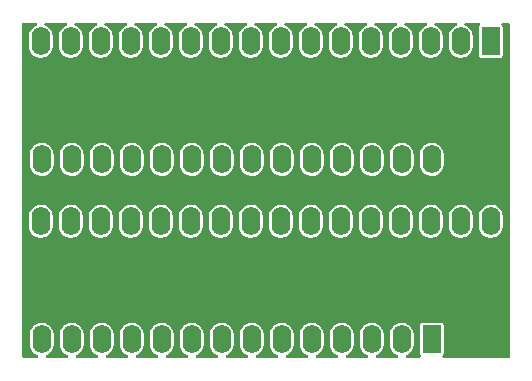
<source format=gbr>
%TF.GenerationSoftware,KiCad,Pcbnew,(5.99.0-11667-g1edb96cc5b)*%
%TF.CreationDate,2021-10-01T11:57:37+02:00*%
%TF.ProjectId,tosadapter,746f7361-6461-4707-9465-722e6b696361,rev?*%
%TF.SameCoordinates,Original*%
%TF.FileFunction,Copper,L2,Bot*%
%TF.FilePolarity,Positive*%
%FSLAX46Y46*%
G04 Gerber Fmt 4.6, Leading zero omitted, Abs format (unit mm)*
G04 Created by KiCad (PCBNEW (5.99.0-11667-g1edb96cc5b)) date 2021-10-01 11:57:37*
%MOMM*%
%LPD*%
G01*
G04 APERTURE LIST*
%TA.AperFunction,ComponentPad*%
%ADD10R,1.600000X2.400000*%
%TD*%
%TA.AperFunction,ComponentPad*%
%ADD11O,1.600000X2.400000*%
%TD*%
G04 APERTURE END LIST*
D10*
%TO.P, ,1*%
%TO.N,N/C*%
X155120000Y-74770000D03*
D11*
%TO.P, ,2*%
X152580000Y-74770000D03*
%TO.P, ,3*%
X150040000Y-74770000D03*
%TO.P, ,4*%
X147500000Y-74770000D03*
%TO.P, ,5*%
X144960000Y-74770000D03*
%TO.P, ,6*%
X142420000Y-74770000D03*
%TO.P, ,7*%
X139880000Y-74770000D03*
%TO.P, ,8*%
X137340000Y-74770000D03*
%TO.P, ,9*%
X134800000Y-74770000D03*
%TO.P, ,10*%
X132260000Y-74770000D03*
%TO.P, ,11*%
X129720000Y-74770000D03*
%TO.P, ,12*%
X127180000Y-74770000D03*
%TO.P, ,13*%
X124640000Y-74770000D03*
%TO.P, ,14*%
X122100000Y-74770000D03*
%TO.P, ,15*%
X119560000Y-74770000D03*
%TO.P, ,16*%
X117020000Y-74770000D03*
%TO.P, ,17*%
X117020000Y-90010000D03*
%TO.P, ,18*%
X119560000Y-90010000D03*
%TO.P, ,19*%
X122100000Y-90010000D03*
%TO.P, ,20*%
X124640000Y-90010000D03*
%TO.P, ,21*%
X127180000Y-90010000D03*
%TO.P, ,22*%
X129720000Y-90010000D03*
%TO.P, ,23*%
X132260000Y-90010000D03*
%TO.P, ,24*%
X134800000Y-90010000D03*
%TO.P, ,25*%
X137340000Y-90010000D03*
%TO.P, ,26*%
X139880000Y-90010000D03*
%TO.P, ,27*%
X142420000Y-90010000D03*
%TO.P, ,28*%
X144960000Y-90010000D03*
%TO.P, ,29*%
X147500000Y-90010000D03*
%TO.P, ,30*%
X150040000Y-90010000D03*
%TO.P, ,31*%
X152580000Y-90010000D03*
%TO.P, ,32*%
X155120000Y-90010000D03*
%TD*%
D10*
%TO.P, ,1*%
%TO.N,N/C*%
X150120000Y-100010000D03*
D11*
%TO.P, ,2*%
X147580000Y-100010000D03*
%TO.P, ,3*%
X145040000Y-100010000D03*
%TO.P, ,4*%
X142500000Y-100010000D03*
%TO.P, ,5*%
X139960000Y-100010000D03*
%TO.P, ,6*%
X137420000Y-100010000D03*
%TO.P, ,7*%
X134880000Y-100010000D03*
%TO.P, ,8*%
X132340000Y-100010000D03*
%TO.P, ,9*%
X129800000Y-100010000D03*
%TO.P, ,10*%
X127260000Y-100010000D03*
%TO.P, ,11*%
X124720000Y-100010000D03*
%TO.P, ,12*%
X122180000Y-100010000D03*
%TO.P, ,13*%
X119640000Y-100010000D03*
%TO.P, ,14*%
X117100000Y-100010000D03*
%TO.P, ,15*%
X117100000Y-84770000D03*
%TO.P, ,16*%
X119640000Y-84770000D03*
%TO.P, ,17*%
X122180000Y-84770000D03*
%TO.P, ,18*%
X124720000Y-84770000D03*
%TO.P, ,19*%
X127260000Y-84770000D03*
%TO.P, ,20*%
X129800000Y-84770000D03*
%TO.P, ,21*%
X132340000Y-84770000D03*
%TO.P, ,22*%
X134880000Y-84770000D03*
%TO.P, ,23*%
X137420000Y-84770000D03*
%TO.P, ,24*%
X139960000Y-84770000D03*
%TO.P, ,25*%
X142500000Y-84770000D03*
%TO.P, ,26*%
X145040000Y-84770000D03*
%TO.P, ,27*%
X147580000Y-84770000D03*
%TO.P, ,28*%
X150120000Y-84770000D03*
%TD*%
%TA.AperFunction,NonConductor*%
G36*
X116663200Y-73220002D02*
G01*
X116709693Y-73273658D01*
X116719797Y-73343932D01*
X116690303Y-73408512D01*
X116638588Y-73444249D01*
X116579148Y-73466119D01*
X116573728Y-73469479D01*
X116573727Y-73469480D01*
X116411824Y-73569863D01*
X116411820Y-73569866D01*
X116406401Y-73573226D01*
X116258720Y-73712881D01*
X116142137Y-73879379D01*
X116061414Y-74065919D01*
X116019849Y-74264880D01*
X116019500Y-74271539D01*
X116019500Y-75220800D01*
X116034880Y-75372216D01*
X116095662Y-75566172D01*
X116194203Y-75743944D01*
X116326477Y-75898271D01*
X116487081Y-76022848D01*
X116669455Y-76112587D01*
X116675633Y-76114196D01*
X116675635Y-76114197D01*
X116859966Y-76162212D01*
X116859969Y-76162212D01*
X116866148Y-76163822D01*
X116947328Y-76168076D01*
X117062744Y-76174125D01*
X117062748Y-76174125D01*
X117069126Y-76174459D01*
X117270097Y-76144065D01*
X117460852Y-76073881D01*
X117466273Y-76070520D01*
X117628176Y-75970137D01*
X117628180Y-75970134D01*
X117633599Y-75966774D01*
X117781280Y-75827119D01*
X117897863Y-75660621D01*
X117978586Y-75474081D01*
X118020151Y-75275120D01*
X118020500Y-75268461D01*
X118020500Y-74319200D01*
X118005120Y-74167784D01*
X117944338Y-73973828D01*
X117845797Y-73796056D01*
X117713523Y-73641729D01*
X117552919Y-73517152D01*
X117444731Y-73463917D01*
X117394205Y-73439055D01*
X117341914Y-73391032D01*
X117323888Y-73322362D01*
X117345848Y-73254847D01*
X117400824Y-73209923D01*
X117449835Y-73200000D01*
X119135079Y-73200000D01*
X119203200Y-73220002D01*
X119249693Y-73273658D01*
X119259797Y-73343932D01*
X119230303Y-73408512D01*
X119178588Y-73444249D01*
X119119148Y-73466119D01*
X119113728Y-73469479D01*
X119113727Y-73469480D01*
X118951824Y-73569863D01*
X118951820Y-73569866D01*
X118946401Y-73573226D01*
X118798720Y-73712881D01*
X118682137Y-73879379D01*
X118601414Y-74065919D01*
X118559849Y-74264880D01*
X118559500Y-74271539D01*
X118559500Y-75220800D01*
X118574880Y-75372216D01*
X118635662Y-75566172D01*
X118734203Y-75743944D01*
X118866477Y-75898271D01*
X119027081Y-76022848D01*
X119209455Y-76112587D01*
X119215633Y-76114196D01*
X119215635Y-76114197D01*
X119399966Y-76162212D01*
X119399969Y-76162212D01*
X119406148Y-76163822D01*
X119487328Y-76168076D01*
X119602744Y-76174125D01*
X119602748Y-76174125D01*
X119609126Y-76174459D01*
X119810097Y-76144065D01*
X120000852Y-76073881D01*
X120006273Y-76070520D01*
X120168176Y-75970137D01*
X120168180Y-75970134D01*
X120173599Y-75966774D01*
X120321280Y-75827119D01*
X120437863Y-75660621D01*
X120518586Y-75474081D01*
X120560151Y-75275120D01*
X120560500Y-75268461D01*
X120560500Y-74319200D01*
X120545120Y-74167784D01*
X120484338Y-73973828D01*
X120385797Y-73796056D01*
X120253523Y-73641729D01*
X120092919Y-73517152D01*
X119984731Y-73463917D01*
X119934205Y-73439055D01*
X119881914Y-73391032D01*
X119863888Y-73322362D01*
X119885848Y-73254847D01*
X119940824Y-73209923D01*
X119989835Y-73200000D01*
X121675079Y-73200000D01*
X121743200Y-73220002D01*
X121789693Y-73273658D01*
X121799797Y-73343932D01*
X121770303Y-73408512D01*
X121718588Y-73444249D01*
X121659148Y-73466119D01*
X121653728Y-73469479D01*
X121653727Y-73469480D01*
X121491824Y-73569863D01*
X121491820Y-73569866D01*
X121486401Y-73573226D01*
X121338720Y-73712881D01*
X121222137Y-73879379D01*
X121141414Y-74065919D01*
X121099849Y-74264880D01*
X121099500Y-74271539D01*
X121099500Y-75220800D01*
X121114880Y-75372216D01*
X121175662Y-75566172D01*
X121274203Y-75743944D01*
X121406477Y-75898271D01*
X121567081Y-76022848D01*
X121749455Y-76112587D01*
X121755633Y-76114196D01*
X121755635Y-76114197D01*
X121939966Y-76162212D01*
X121939969Y-76162212D01*
X121946148Y-76163822D01*
X122027328Y-76168076D01*
X122142744Y-76174125D01*
X122142748Y-76174125D01*
X122149126Y-76174459D01*
X122350097Y-76144065D01*
X122540852Y-76073881D01*
X122546273Y-76070520D01*
X122708176Y-75970137D01*
X122708180Y-75970134D01*
X122713599Y-75966774D01*
X122861280Y-75827119D01*
X122977863Y-75660621D01*
X123058586Y-75474081D01*
X123100151Y-75275120D01*
X123100500Y-75268461D01*
X123100500Y-74319200D01*
X123085120Y-74167784D01*
X123024338Y-73973828D01*
X122925797Y-73796056D01*
X122793523Y-73641729D01*
X122632919Y-73517152D01*
X122524731Y-73463917D01*
X122474205Y-73439055D01*
X122421914Y-73391032D01*
X122403888Y-73322362D01*
X122425848Y-73254847D01*
X122480824Y-73209923D01*
X122529835Y-73200000D01*
X124215079Y-73200000D01*
X124283200Y-73220002D01*
X124329693Y-73273658D01*
X124339797Y-73343932D01*
X124310303Y-73408512D01*
X124258588Y-73444249D01*
X124199148Y-73466119D01*
X124193728Y-73469479D01*
X124193727Y-73469480D01*
X124031824Y-73569863D01*
X124031820Y-73569866D01*
X124026401Y-73573226D01*
X123878720Y-73712881D01*
X123762137Y-73879379D01*
X123681414Y-74065919D01*
X123639849Y-74264880D01*
X123639500Y-74271539D01*
X123639500Y-75220800D01*
X123654880Y-75372216D01*
X123715662Y-75566172D01*
X123814203Y-75743944D01*
X123946477Y-75898271D01*
X124107081Y-76022848D01*
X124289455Y-76112587D01*
X124295633Y-76114196D01*
X124295635Y-76114197D01*
X124479966Y-76162212D01*
X124479969Y-76162212D01*
X124486148Y-76163822D01*
X124567328Y-76168076D01*
X124682744Y-76174125D01*
X124682748Y-76174125D01*
X124689126Y-76174459D01*
X124890097Y-76144065D01*
X125080852Y-76073881D01*
X125086273Y-76070520D01*
X125248176Y-75970137D01*
X125248180Y-75970134D01*
X125253599Y-75966774D01*
X125401280Y-75827119D01*
X125517863Y-75660621D01*
X125598586Y-75474081D01*
X125640151Y-75275120D01*
X125640500Y-75268461D01*
X125640500Y-74319200D01*
X125625120Y-74167784D01*
X125564338Y-73973828D01*
X125465797Y-73796056D01*
X125333523Y-73641729D01*
X125172919Y-73517152D01*
X125064731Y-73463917D01*
X125014205Y-73439055D01*
X124961914Y-73391032D01*
X124943888Y-73322362D01*
X124965848Y-73254847D01*
X125020824Y-73209923D01*
X125069835Y-73200000D01*
X126755079Y-73200000D01*
X126823200Y-73220002D01*
X126869693Y-73273658D01*
X126879797Y-73343932D01*
X126850303Y-73408512D01*
X126798588Y-73444249D01*
X126739148Y-73466119D01*
X126733728Y-73469479D01*
X126733727Y-73469480D01*
X126571824Y-73569863D01*
X126571820Y-73569866D01*
X126566401Y-73573226D01*
X126418720Y-73712881D01*
X126302137Y-73879379D01*
X126221414Y-74065919D01*
X126179849Y-74264880D01*
X126179500Y-74271539D01*
X126179500Y-75220800D01*
X126194880Y-75372216D01*
X126255662Y-75566172D01*
X126354203Y-75743944D01*
X126486477Y-75898271D01*
X126647081Y-76022848D01*
X126829455Y-76112587D01*
X126835633Y-76114196D01*
X126835635Y-76114197D01*
X127019966Y-76162212D01*
X127019969Y-76162212D01*
X127026148Y-76163822D01*
X127107328Y-76168076D01*
X127222744Y-76174125D01*
X127222748Y-76174125D01*
X127229126Y-76174459D01*
X127430097Y-76144065D01*
X127620852Y-76073881D01*
X127626273Y-76070520D01*
X127788176Y-75970137D01*
X127788180Y-75970134D01*
X127793599Y-75966774D01*
X127941280Y-75827119D01*
X128057863Y-75660621D01*
X128138586Y-75474081D01*
X128180151Y-75275120D01*
X128180500Y-75268461D01*
X128180500Y-74319200D01*
X128165120Y-74167784D01*
X128104338Y-73973828D01*
X128005797Y-73796056D01*
X127873523Y-73641729D01*
X127712919Y-73517152D01*
X127604731Y-73463917D01*
X127554205Y-73439055D01*
X127501914Y-73391032D01*
X127483888Y-73322362D01*
X127505848Y-73254847D01*
X127560824Y-73209923D01*
X127609835Y-73200000D01*
X129295079Y-73200000D01*
X129363200Y-73220002D01*
X129409693Y-73273658D01*
X129419797Y-73343932D01*
X129390303Y-73408512D01*
X129338588Y-73444249D01*
X129279148Y-73466119D01*
X129273728Y-73469479D01*
X129273727Y-73469480D01*
X129111824Y-73569863D01*
X129111820Y-73569866D01*
X129106401Y-73573226D01*
X128958720Y-73712881D01*
X128842137Y-73879379D01*
X128761414Y-74065919D01*
X128719849Y-74264880D01*
X128719500Y-74271539D01*
X128719500Y-75220800D01*
X128734880Y-75372216D01*
X128795662Y-75566172D01*
X128894203Y-75743944D01*
X129026477Y-75898271D01*
X129187081Y-76022848D01*
X129369455Y-76112587D01*
X129375633Y-76114196D01*
X129375635Y-76114197D01*
X129559966Y-76162212D01*
X129559969Y-76162212D01*
X129566148Y-76163822D01*
X129647328Y-76168076D01*
X129762744Y-76174125D01*
X129762748Y-76174125D01*
X129769126Y-76174459D01*
X129970097Y-76144065D01*
X130160852Y-76073881D01*
X130166273Y-76070520D01*
X130328176Y-75970137D01*
X130328180Y-75970134D01*
X130333599Y-75966774D01*
X130481280Y-75827119D01*
X130597863Y-75660621D01*
X130678586Y-75474081D01*
X130720151Y-75275120D01*
X130720500Y-75268461D01*
X130720500Y-74319200D01*
X130705120Y-74167784D01*
X130644338Y-73973828D01*
X130545797Y-73796056D01*
X130413523Y-73641729D01*
X130252919Y-73517152D01*
X130144731Y-73463917D01*
X130094205Y-73439055D01*
X130041914Y-73391032D01*
X130023888Y-73322362D01*
X130045848Y-73254847D01*
X130100824Y-73209923D01*
X130149835Y-73200000D01*
X131835079Y-73200000D01*
X131903200Y-73220002D01*
X131949693Y-73273658D01*
X131959797Y-73343932D01*
X131930303Y-73408512D01*
X131878588Y-73444249D01*
X131819148Y-73466119D01*
X131813728Y-73469479D01*
X131813727Y-73469480D01*
X131651824Y-73569863D01*
X131651820Y-73569866D01*
X131646401Y-73573226D01*
X131498720Y-73712881D01*
X131382137Y-73879379D01*
X131301414Y-74065919D01*
X131259849Y-74264880D01*
X131259500Y-74271539D01*
X131259500Y-75220800D01*
X131274880Y-75372216D01*
X131335662Y-75566172D01*
X131434203Y-75743944D01*
X131566477Y-75898271D01*
X131727081Y-76022848D01*
X131909455Y-76112587D01*
X131915633Y-76114196D01*
X131915635Y-76114197D01*
X132099966Y-76162212D01*
X132099969Y-76162212D01*
X132106148Y-76163822D01*
X132187328Y-76168076D01*
X132302744Y-76174125D01*
X132302748Y-76174125D01*
X132309126Y-76174459D01*
X132510097Y-76144065D01*
X132700852Y-76073881D01*
X132706273Y-76070520D01*
X132868176Y-75970137D01*
X132868180Y-75970134D01*
X132873599Y-75966774D01*
X133021280Y-75827119D01*
X133137863Y-75660621D01*
X133218586Y-75474081D01*
X133260151Y-75275120D01*
X133260500Y-75268461D01*
X133260500Y-74319200D01*
X133245120Y-74167784D01*
X133184338Y-73973828D01*
X133085797Y-73796056D01*
X132953523Y-73641729D01*
X132792919Y-73517152D01*
X132684731Y-73463917D01*
X132634205Y-73439055D01*
X132581914Y-73391032D01*
X132563888Y-73322362D01*
X132585848Y-73254847D01*
X132640824Y-73209923D01*
X132689835Y-73200000D01*
X134375079Y-73200000D01*
X134443200Y-73220002D01*
X134489693Y-73273658D01*
X134499797Y-73343932D01*
X134470303Y-73408512D01*
X134418588Y-73444249D01*
X134359148Y-73466119D01*
X134353728Y-73469479D01*
X134353727Y-73469480D01*
X134191824Y-73569863D01*
X134191820Y-73569866D01*
X134186401Y-73573226D01*
X134038720Y-73712881D01*
X133922137Y-73879379D01*
X133841414Y-74065919D01*
X133799849Y-74264880D01*
X133799500Y-74271539D01*
X133799500Y-75220800D01*
X133814880Y-75372216D01*
X133875662Y-75566172D01*
X133974203Y-75743944D01*
X134106477Y-75898271D01*
X134267081Y-76022848D01*
X134449455Y-76112587D01*
X134455633Y-76114196D01*
X134455635Y-76114197D01*
X134639966Y-76162212D01*
X134639969Y-76162212D01*
X134646148Y-76163822D01*
X134727328Y-76168076D01*
X134842744Y-76174125D01*
X134842748Y-76174125D01*
X134849126Y-76174459D01*
X135050097Y-76144065D01*
X135240852Y-76073881D01*
X135246273Y-76070520D01*
X135408176Y-75970137D01*
X135408180Y-75970134D01*
X135413599Y-75966774D01*
X135561280Y-75827119D01*
X135677863Y-75660621D01*
X135758586Y-75474081D01*
X135800151Y-75275120D01*
X135800500Y-75268461D01*
X135800500Y-74319200D01*
X135785120Y-74167784D01*
X135724338Y-73973828D01*
X135625797Y-73796056D01*
X135493523Y-73641729D01*
X135332919Y-73517152D01*
X135224731Y-73463917D01*
X135174205Y-73439055D01*
X135121914Y-73391032D01*
X135103888Y-73322362D01*
X135125848Y-73254847D01*
X135180824Y-73209923D01*
X135229835Y-73200000D01*
X136915079Y-73200000D01*
X136983200Y-73220002D01*
X137029693Y-73273658D01*
X137039797Y-73343932D01*
X137010303Y-73408512D01*
X136958588Y-73444249D01*
X136899148Y-73466119D01*
X136893728Y-73469479D01*
X136893727Y-73469480D01*
X136731824Y-73569863D01*
X136731820Y-73569866D01*
X136726401Y-73573226D01*
X136578720Y-73712881D01*
X136462137Y-73879379D01*
X136381414Y-74065919D01*
X136339849Y-74264880D01*
X136339500Y-74271539D01*
X136339500Y-75220800D01*
X136354880Y-75372216D01*
X136415662Y-75566172D01*
X136514203Y-75743944D01*
X136646477Y-75898271D01*
X136807081Y-76022848D01*
X136989455Y-76112587D01*
X136995633Y-76114196D01*
X136995635Y-76114197D01*
X137179966Y-76162212D01*
X137179969Y-76162212D01*
X137186148Y-76163822D01*
X137267328Y-76168076D01*
X137382744Y-76174125D01*
X137382748Y-76174125D01*
X137389126Y-76174459D01*
X137590097Y-76144065D01*
X137780852Y-76073881D01*
X137786273Y-76070520D01*
X137948176Y-75970137D01*
X137948180Y-75970134D01*
X137953599Y-75966774D01*
X138101280Y-75827119D01*
X138217863Y-75660621D01*
X138298586Y-75474081D01*
X138340151Y-75275120D01*
X138340500Y-75268461D01*
X138340500Y-74319200D01*
X138325120Y-74167784D01*
X138264338Y-73973828D01*
X138165797Y-73796056D01*
X138033523Y-73641729D01*
X137872919Y-73517152D01*
X137764731Y-73463917D01*
X137714205Y-73439055D01*
X137661914Y-73391032D01*
X137643888Y-73322362D01*
X137665848Y-73254847D01*
X137720824Y-73209923D01*
X137769835Y-73200000D01*
X139455079Y-73200000D01*
X139523200Y-73220002D01*
X139569693Y-73273658D01*
X139579797Y-73343932D01*
X139550303Y-73408512D01*
X139498588Y-73444249D01*
X139439148Y-73466119D01*
X139433728Y-73469479D01*
X139433727Y-73469480D01*
X139271824Y-73569863D01*
X139271820Y-73569866D01*
X139266401Y-73573226D01*
X139118720Y-73712881D01*
X139002137Y-73879379D01*
X138921414Y-74065919D01*
X138879849Y-74264880D01*
X138879500Y-74271539D01*
X138879500Y-75220800D01*
X138894880Y-75372216D01*
X138955662Y-75566172D01*
X139054203Y-75743944D01*
X139186477Y-75898271D01*
X139347081Y-76022848D01*
X139529455Y-76112587D01*
X139535633Y-76114196D01*
X139535635Y-76114197D01*
X139719966Y-76162212D01*
X139719969Y-76162212D01*
X139726148Y-76163822D01*
X139807328Y-76168076D01*
X139922744Y-76174125D01*
X139922748Y-76174125D01*
X139929126Y-76174459D01*
X140130097Y-76144065D01*
X140320852Y-76073881D01*
X140326273Y-76070520D01*
X140488176Y-75970137D01*
X140488180Y-75970134D01*
X140493599Y-75966774D01*
X140641280Y-75827119D01*
X140757863Y-75660621D01*
X140838586Y-75474081D01*
X140880151Y-75275120D01*
X140880500Y-75268461D01*
X140880500Y-74319200D01*
X140865120Y-74167784D01*
X140804338Y-73973828D01*
X140705797Y-73796056D01*
X140573523Y-73641729D01*
X140412919Y-73517152D01*
X140304731Y-73463917D01*
X140254205Y-73439055D01*
X140201914Y-73391032D01*
X140183888Y-73322362D01*
X140205848Y-73254847D01*
X140260824Y-73209923D01*
X140309835Y-73200000D01*
X141995079Y-73200000D01*
X142063200Y-73220002D01*
X142109693Y-73273658D01*
X142119797Y-73343932D01*
X142090303Y-73408512D01*
X142038588Y-73444249D01*
X141979148Y-73466119D01*
X141973728Y-73469479D01*
X141973727Y-73469480D01*
X141811824Y-73569863D01*
X141811820Y-73569866D01*
X141806401Y-73573226D01*
X141658720Y-73712881D01*
X141542137Y-73879379D01*
X141461414Y-74065919D01*
X141419849Y-74264880D01*
X141419500Y-74271539D01*
X141419500Y-75220800D01*
X141434880Y-75372216D01*
X141495662Y-75566172D01*
X141594203Y-75743944D01*
X141726477Y-75898271D01*
X141887081Y-76022848D01*
X142069455Y-76112587D01*
X142075633Y-76114196D01*
X142075635Y-76114197D01*
X142259966Y-76162212D01*
X142259969Y-76162212D01*
X142266148Y-76163822D01*
X142347328Y-76168076D01*
X142462744Y-76174125D01*
X142462748Y-76174125D01*
X142469126Y-76174459D01*
X142670097Y-76144065D01*
X142860852Y-76073881D01*
X142866273Y-76070520D01*
X143028176Y-75970137D01*
X143028180Y-75970134D01*
X143033599Y-75966774D01*
X143181280Y-75827119D01*
X143297863Y-75660621D01*
X143378586Y-75474081D01*
X143420151Y-75275120D01*
X143420500Y-75268461D01*
X143420500Y-74319200D01*
X143405120Y-74167784D01*
X143344338Y-73973828D01*
X143245797Y-73796056D01*
X143113523Y-73641729D01*
X142952919Y-73517152D01*
X142844731Y-73463917D01*
X142794205Y-73439055D01*
X142741914Y-73391032D01*
X142723888Y-73322362D01*
X142745848Y-73254847D01*
X142800824Y-73209923D01*
X142849835Y-73200000D01*
X144535079Y-73200000D01*
X144603200Y-73220002D01*
X144649693Y-73273658D01*
X144659797Y-73343932D01*
X144630303Y-73408512D01*
X144578588Y-73444249D01*
X144519148Y-73466119D01*
X144513728Y-73469479D01*
X144513727Y-73469480D01*
X144351824Y-73569863D01*
X144351820Y-73569866D01*
X144346401Y-73573226D01*
X144198720Y-73712881D01*
X144082137Y-73879379D01*
X144001414Y-74065919D01*
X143959849Y-74264880D01*
X143959500Y-74271539D01*
X143959500Y-75220800D01*
X143974880Y-75372216D01*
X144035662Y-75566172D01*
X144134203Y-75743944D01*
X144266477Y-75898271D01*
X144427081Y-76022848D01*
X144609455Y-76112587D01*
X144615633Y-76114196D01*
X144615635Y-76114197D01*
X144799966Y-76162212D01*
X144799969Y-76162212D01*
X144806148Y-76163822D01*
X144887328Y-76168076D01*
X145002744Y-76174125D01*
X145002748Y-76174125D01*
X145009126Y-76174459D01*
X145210097Y-76144065D01*
X145400852Y-76073881D01*
X145406273Y-76070520D01*
X145568176Y-75970137D01*
X145568180Y-75970134D01*
X145573599Y-75966774D01*
X145721280Y-75827119D01*
X145837863Y-75660621D01*
X145918586Y-75474081D01*
X145960151Y-75275120D01*
X145960500Y-75268461D01*
X145960500Y-74319200D01*
X145945120Y-74167784D01*
X145884338Y-73973828D01*
X145785797Y-73796056D01*
X145653523Y-73641729D01*
X145492919Y-73517152D01*
X145384731Y-73463917D01*
X145334205Y-73439055D01*
X145281914Y-73391032D01*
X145263888Y-73322362D01*
X145285848Y-73254847D01*
X145340824Y-73209923D01*
X145389835Y-73200000D01*
X147075079Y-73200000D01*
X147143200Y-73220002D01*
X147189693Y-73273658D01*
X147199797Y-73343932D01*
X147170303Y-73408512D01*
X147118588Y-73444249D01*
X147059148Y-73466119D01*
X147053728Y-73469479D01*
X147053727Y-73469480D01*
X146891824Y-73569863D01*
X146891820Y-73569866D01*
X146886401Y-73573226D01*
X146738720Y-73712881D01*
X146622137Y-73879379D01*
X146541414Y-74065919D01*
X146499849Y-74264880D01*
X146499500Y-74271539D01*
X146499500Y-75220800D01*
X146514880Y-75372216D01*
X146575662Y-75566172D01*
X146674203Y-75743944D01*
X146806477Y-75898271D01*
X146967081Y-76022848D01*
X147149455Y-76112587D01*
X147155633Y-76114196D01*
X147155635Y-76114197D01*
X147339966Y-76162212D01*
X147339969Y-76162212D01*
X147346148Y-76163822D01*
X147427328Y-76168076D01*
X147542744Y-76174125D01*
X147542748Y-76174125D01*
X147549126Y-76174459D01*
X147750097Y-76144065D01*
X147940852Y-76073881D01*
X147946273Y-76070520D01*
X148108176Y-75970137D01*
X148108180Y-75970134D01*
X148113599Y-75966774D01*
X148261280Y-75827119D01*
X148377863Y-75660621D01*
X148458586Y-75474081D01*
X148500151Y-75275120D01*
X148500500Y-75268461D01*
X148500500Y-74319200D01*
X148485120Y-74167784D01*
X148424338Y-73973828D01*
X148325797Y-73796056D01*
X148193523Y-73641729D01*
X148032919Y-73517152D01*
X147924731Y-73463917D01*
X147874205Y-73439055D01*
X147821914Y-73391032D01*
X147803888Y-73322362D01*
X147825848Y-73254847D01*
X147880824Y-73209923D01*
X147929835Y-73200000D01*
X149615079Y-73200000D01*
X149683200Y-73220002D01*
X149729693Y-73273658D01*
X149739797Y-73343932D01*
X149710303Y-73408512D01*
X149658588Y-73444249D01*
X149599148Y-73466119D01*
X149593728Y-73469479D01*
X149593727Y-73469480D01*
X149431824Y-73569863D01*
X149431820Y-73569866D01*
X149426401Y-73573226D01*
X149278720Y-73712881D01*
X149162137Y-73879379D01*
X149081414Y-74065919D01*
X149039849Y-74264880D01*
X149039500Y-74271539D01*
X149039500Y-75220800D01*
X149054880Y-75372216D01*
X149115662Y-75566172D01*
X149214203Y-75743944D01*
X149346477Y-75898271D01*
X149507081Y-76022848D01*
X149689455Y-76112587D01*
X149695633Y-76114196D01*
X149695635Y-76114197D01*
X149879966Y-76162212D01*
X149879969Y-76162212D01*
X149886148Y-76163822D01*
X149967328Y-76168076D01*
X150082744Y-76174125D01*
X150082748Y-76174125D01*
X150089126Y-76174459D01*
X150290097Y-76144065D01*
X150480852Y-76073881D01*
X150486273Y-76070520D01*
X150648176Y-75970137D01*
X150648180Y-75970134D01*
X150653599Y-75966774D01*
X150801280Y-75827119D01*
X150917863Y-75660621D01*
X150998586Y-75474081D01*
X151040151Y-75275120D01*
X151040500Y-75268461D01*
X151040500Y-74319200D01*
X151025120Y-74167784D01*
X150964338Y-73973828D01*
X150865797Y-73796056D01*
X150733523Y-73641729D01*
X150572919Y-73517152D01*
X150464731Y-73463917D01*
X150414205Y-73439055D01*
X150361914Y-73391032D01*
X150343888Y-73322362D01*
X150365848Y-73254847D01*
X150420824Y-73209923D01*
X150469835Y-73200000D01*
X152155079Y-73200000D01*
X152223200Y-73220002D01*
X152269693Y-73273658D01*
X152279797Y-73343932D01*
X152250303Y-73408512D01*
X152198588Y-73444249D01*
X152139148Y-73466119D01*
X152133728Y-73469479D01*
X152133727Y-73469480D01*
X151971824Y-73569863D01*
X151971820Y-73569866D01*
X151966401Y-73573226D01*
X151818720Y-73712881D01*
X151702137Y-73879379D01*
X151621414Y-74065919D01*
X151579849Y-74264880D01*
X151579500Y-74271539D01*
X151579500Y-75220800D01*
X151594880Y-75372216D01*
X151655662Y-75566172D01*
X151754203Y-75743944D01*
X151886477Y-75898271D01*
X152047081Y-76022848D01*
X152229455Y-76112587D01*
X152235633Y-76114196D01*
X152235635Y-76114197D01*
X152419966Y-76162212D01*
X152419969Y-76162212D01*
X152426148Y-76163822D01*
X152507328Y-76168076D01*
X152622744Y-76174125D01*
X152622748Y-76174125D01*
X152629126Y-76174459D01*
X152830097Y-76144065D01*
X153020852Y-76073881D01*
X153026273Y-76070520D01*
X153188176Y-75970137D01*
X153188180Y-75970134D01*
X153193599Y-75966774D01*
X153341280Y-75827119D01*
X153457863Y-75660621D01*
X153538586Y-75474081D01*
X153580151Y-75275120D01*
X153580500Y-75268461D01*
X153580500Y-74319200D01*
X153565120Y-74167784D01*
X153504338Y-73973828D01*
X153405797Y-73796056D01*
X153273523Y-73641729D01*
X153112919Y-73517152D01*
X153004731Y-73463917D01*
X152954205Y-73439055D01*
X152901914Y-73391032D01*
X152883888Y-73322362D01*
X152905848Y-73254847D01*
X152960824Y-73209923D01*
X153009835Y-73200000D01*
X154100128Y-73200000D01*
X154168249Y-73220002D01*
X154214742Y-73273658D01*
X154224846Y-73343932D01*
X154195352Y-73408512D01*
X154189223Y-73415095D01*
X154185761Y-73418557D01*
X154175448Y-73425448D01*
X154131133Y-73491769D01*
X154119500Y-73550252D01*
X154119500Y-75989748D01*
X154131133Y-76048231D01*
X154175448Y-76114552D01*
X154241769Y-76158867D01*
X154253938Y-76161288D01*
X154253939Y-76161288D01*
X154294184Y-76169293D01*
X154300252Y-76170500D01*
X155939748Y-76170500D01*
X155945816Y-76169293D01*
X155986061Y-76161288D01*
X155986062Y-76161288D01*
X155998231Y-76158867D01*
X156064552Y-76114552D01*
X156108867Y-76048231D01*
X156120500Y-75989748D01*
X156120500Y-73550252D01*
X156108867Y-73491769D01*
X156064552Y-73425448D01*
X156054239Y-73418557D01*
X156050777Y-73415095D01*
X156016751Y-73352783D01*
X156021816Y-73281968D01*
X156064363Y-73225132D01*
X156130883Y-73200321D01*
X156139872Y-73200000D01*
X156604000Y-73200000D01*
X156672121Y-73220002D01*
X156718614Y-73273658D01*
X156730000Y-73326000D01*
X156730000Y-101444000D01*
X156709998Y-101512121D01*
X156656342Y-101558614D01*
X156604000Y-101570000D01*
X151149872Y-101570000D01*
X151081751Y-101549998D01*
X151035258Y-101496342D01*
X151025154Y-101426068D01*
X151054648Y-101361488D01*
X151055432Y-101360646D01*
X151064552Y-101354552D01*
X151108867Y-101288231D01*
X151120500Y-101229748D01*
X151120500Y-98790252D01*
X151108867Y-98731769D01*
X151064552Y-98665448D01*
X150998231Y-98621133D01*
X150986062Y-98618712D01*
X150986061Y-98618712D01*
X150945816Y-98610707D01*
X150939748Y-98609500D01*
X149300252Y-98609500D01*
X149294184Y-98610707D01*
X149253939Y-98618712D01*
X149253938Y-98618712D01*
X149241769Y-98621133D01*
X149175448Y-98665448D01*
X149131133Y-98731769D01*
X149119500Y-98790252D01*
X149119500Y-101229748D01*
X149131133Y-101288231D01*
X149175448Y-101354552D01*
X149181088Y-101358321D01*
X149213249Y-101417217D01*
X149208184Y-101488032D01*
X149165637Y-101544868D01*
X149099117Y-101569679D01*
X149090128Y-101570000D01*
X148032100Y-101570000D01*
X147963979Y-101549998D01*
X147917486Y-101496342D01*
X147907382Y-101426068D01*
X147936876Y-101361488D01*
X147988591Y-101325751D01*
X148020852Y-101313881D01*
X148026273Y-101310520D01*
X148188176Y-101210137D01*
X148188180Y-101210134D01*
X148193599Y-101206774D01*
X148341280Y-101067119D01*
X148457863Y-100900621D01*
X148538586Y-100714081D01*
X148580151Y-100515120D01*
X148580500Y-100508461D01*
X148580500Y-99559200D01*
X148565120Y-99407784D01*
X148504338Y-99213828D01*
X148405797Y-99036056D01*
X148273523Y-98881729D01*
X148112919Y-98757152D01*
X147930545Y-98667413D01*
X147924367Y-98665804D01*
X147924365Y-98665803D01*
X147740034Y-98617788D01*
X147740031Y-98617788D01*
X147733852Y-98616178D01*
X147652672Y-98611924D01*
X147537256Y-98605875D01*
X147537252Y-98605875D01*
X147530874Y-98605541D01*
X147329903Y-98635935D01*
X147139148Y-98706119D01*
X147133728Y-98709479D01*
X147133727Y-98709480D01*
X146971824Y-98809863D01*
X146971820Y-98809866D01*
X146966401Y-98813226D01*
X146818720Y-98952881D01*
X146702137Y-99119379D01*
X146621414Y-99305919D01*
X146579849Y-99504880D01*
X146579500Y-99511539D01*
X146579500Y-100460800D01*
X146594880Y-100612216D01*
X146655662Y-100806172D01*
X146754203Y-100983944D01*
X146886477Y-101138271D01*
X147047081Y-101262848D01*
X147143964Y-101310520D01*
X147185473Y-101330945D01*
X147237764Y-101378968D01*
X147255790Y-101447638D01*
X147233830Y-101515153D01*
X147178854Y-101560077D01*
X147129843Y-101570000D01*
X145492100Y-101570000D01*
X145423979Y-101549998D01*
X145377486Y-101496342D01*
X145367382Y-101426068D01*
X145396876Y-101361488D01*
X145448591Y-101325751D01*
X145480852Y-101313881D01*
X145486273Y-101310520D01*
X145648176Y-101210137D01*
X145648180Y-101210134D01*
X145653599Y-101206774D01*
X145801280Y-101067119D01*
X145917863Y-100900621D01*
X145998586Y-100714081D01*
X146040151Y-100515120D01*
X146040500Y-100508461D01*
X146040500Y-99559200D01*
X146025120Y-99407784D01*
X145964338Y-99213828D01*
X145865797Y-99036056D01*
X145733523Y-98881729D01*
X145572919Y-98757152D01*
X145390545Y-98667413D01*
X145384367Y-98665804D01*
X145384365Y-98665803D01*
X145200034Y-98617788D01*
X145200031Y-98617788D01*
X145193852Y-98616178D01*
X145112672Y-98611924D01*
X144997256Y-98605875D01*
X144997252Y-98605875D01*
X144990874Y-98605541D01*
X144789903Y-98635935D01*
X144599148Y-98706119D01*
X144593728Y-98709479D01*
X144593727Y-98709480D01*
X144431824Y-98809863D01*
X144431820Y-98809866D01*
X144426401Y-98813226D01*
X144278720Y-98952881D01*
X144162137Y-99119379D01*
X144081414Y-99305919D01*
X144039849Y-99504880D01*
X144039500Y-99511539D01*
X144039500Y-100460800D01*
X144054880Y-100612216D01*
X144115662Y-100806172D01*
X144214203Y-100983944D01*
X144346477Y-101138271D01*
X144507081Y-101262848D01*
X144603964Y-101310520D01*
X144645473Y-101330945D01*
X144697764Y-101378968D01*
X144715790Y-101447638D01*
X144693830Y-101515153D01*
X144638854Y-101560077D01*
X144589843Y-101570000D01*
X142952100Y-101570000D01*
X142883979Y-101549998D01*
X142837486Y-101496342D01*
X142827382Y-101426068D01*
X142856876Y-101361488D01*
X142908591Y-101325751D01*
X142940852Y-101313881D01*
X142946273Y-101310520D01*
X143108176Y-101210137D01*
X143108180Y-101210134D01*
X143113599Y-101206774D01*
X143261280Y-101067119D01*
X143377863Y-100900621D01*
X143458586Y-100714081D01*
X143500151Y-100515120D01*
X143500500Y-100508461D01*
X143500500Y-99559200D01*
X143485120Y-99407784D01*
X143424338Y-99213828D01*
X143325797Y-99036056D01*
X143193523Y-98881729D01*
X143032919Y-98757152D01*
X142850545Y-98667413D01*
X142844367Y-98665804D01*
X142844365Y-98665803D01*
X142660034Y-98617788D01*
X142660031Y-98617788D01*
X142653852Y-98616178D01*
X142572672Y-98611924D01*
X142457256Y-98605875D01*
X142457252Y-98605875D01*
X142450874Y-98605541D01*
X142249903Y-98635935D01*
X142059148Y-98706119D01*
X142053728Y-98709479D01*
X142053727Y-98709480D01*
X141891824Y-98809863D01*
X141891820Y-98809866D01*
X141886401Y-98813226D01*
X141738720Y-98952881D01*
X141622137Y-99119379D01*
X141541414Y-99305919D01*
X141499849Y-99504880D01*
X141499500Y-99511539D01*
X141499500Y-100460800D01*
X141514880Y-100612216D01*
X141575662Y-100806172D01*
X141674203Y-100983944D01*
X141806477Y-101138271D01*
X141967081Y-101262848D01*
X142063964Y-101310520D01*
X142105473Y-101330945D01*
X142157764Y-101378968D01*
X142175790Y-101447638D01*
X142153830Y-101515153D01*
X142098854Y-101560077D01*
X142049843Y-101570000D01*
X140412100Y-101570000D01*
X140343979Y-101549998D01*
X140297486Y-101496342D01*
X140287382Y-101426068D01*
X140316876Y-101361488D01*
X140368591Y-101325751D01*
X140400852Y-101313881D01*
X140406273Y-101310520D01*
X140568176Y-101210137D01*
X140568180Y-101210134D01*
X140573599Y-101206774D01*
X140721280Y-101067119D01*
X140837863Y-100900621D01*
X140918586Y-100714081D01*
X140960151Y-100515120D01*
X140960500Y-100508461D01*
X140960500Y-99559200D01*
X140945120Y-99407784D01*
X140884338Y-99213828D01*
X140785797Y-99036056D01*
X140653523Y-98881729D01*
X140492919Y-98757152D01*
X140310545Y-98667413D01*
X140304367Y-98665804D01*
X140304365Y-98665803D01*
X140120034Y-98617788D01*
X140120031Y-98617788D01*
X140113852Y-98616178D01*
X140032672Y-98611924D01*
X139917256Y-98605875D01*
X139917252Y-98605875D01*
X139910874Y-98605541D01*
X139709903Y-98635935D01*
X139519148Y-98706119D01*
X139513728Y-98709479D01*
X139513727Y-98709480D01*
X139351824Y-98809863D01*
X139351820Y-98809866D01*
X139346401Y-98813226D01*
X139198720Y-98952881D01*
X139082137Y-99119379D01*
X139001414Y-99305919D01*
X138959849Y-99504880D01*
X138959500Y-99511539D01*
X138959500Y-100460800D01*
X138974880Y-100612216D01*
X139035662Y-100806172D01*
X139134203Y-100983944D01*
X139266477Y-101138271D01*
X139427081Y-101262848D01*
X139523964Y-101310520D01*
X139565473Y-101330945D01*
X139617764Y-101378968D01*
X139635790Y-101447638D01*
X139613830Y-101515153D01*
X139558854Y-101560077D01*
X139509843Y-101570000D01*
X137872100Y-101570000D01*
X137803979Y-101549998D01*
X137757486Y-101496342D01*
X137747382Y-101426068D01*
X137776876Y-101361488D01*
X137828591Y-101325751D01*
X137860852Y-101313881D01*
X137866273Y-101310520D01*
X138028176Y-101210137D01*
X138028180Y-101210134D01*
X138033599Y-101206774D01*
X138181280Y-101067119D01*
X138297863Y-100900621D01*
X138378586Y-100714081D01*
X138420151Y-100515120D01*
X138420500Y-100508461D01*
X138420500Y-99559200D01*
X138405120Y-99407784D01*
X138344338Y-99213828D01*
X138245797Y-99036056D01*
X138113523Y-98881729D01*
X137952919Y-98757152D01*
X137770545Y-98667413D01*
X137764367Y-98665804D01*
X137764365Y-98665803D01*
X137580034Y-98617788D01*
X137580031Y-98617788D01*
X137573852Y-98616178D01*
X137492672Y-98611924D01*
X137377256Y-98605875D01*
X137377252Y-98605875D01*
X137370874Y-98605541D01*
X137169903Y-98635935D01*
X136979148Y-98706119D01*
X136973728Y-98709479D01*
X136973727Y-98709480D01*
X136811824Y-98809863D01*
X136811820Y-98809866D01*
X136806401Y-98813226D01*
X136658720Y-98952881D01*
X136542137Y-99119379D01*
X136461414Y-99305919D01*
X136419849Y-99504880D01*
X136419500Y-99511539D01*
X136419500Y-100460800D01*
X136434880Y-100612216D01*
X136495662Y-100806172D01*
X136594203Y-100983944D01*
X136726477Y-101138271D01*
X136887081Y-101262848D01*
X136983964Y-101310520D01*
X137025473Y-101330945D01*
X137077764Y-101378968D01*
X137095790Y-101447638D01*
X137073830Y-101515153D01*
X137018854Y-101560077D01*
X136969843Y-101570000D01*
X135332100Y-101570000D01*
X135263979Y-101549998D01*
X135217486Y-101496342D01*
X135207382Y-101426068D01*
X135236876Y-101361488D01*
X135288591Y-101325751D01*
X135320852Y-101313881D01*
X135326273Y-101310520D01*
X135488176Y-101210137D01*
X135488180Y-101210134D01*
X135493599Y-101206774D01*
X135641280Y-101067119D01*
X135757863Y-100900621D01*
X135838586Y-100714081D01*
X135880151Y-100515120D01*
X135880500Y-100508461D01*
X135880500Y-99559200D01*
X135865120Y-99407784D01*
X135804338Y-99213828D01*
X135705797Y-99036056D01*
X135573523Y-98881729D01*
X135412919Y-98757152D01*
X135230545Y-98667413D01*
X135224367Y-98665804D01*
X135224365Y-98665803D01*
X135040034Y-98617788D01*
X135040031Y-98617788D01*
X135033852Y-98616178D01*
X134952672Y-98611924D01*
X134837256Y-98605875D01*
X134837252Y-98605875D01*
X134830874Y-98605541D01*
X134629903Y-98635935D01*
X134439148Y-98706119D01*
X134433728Y-98709479D01*
X134433727Y-98709480D01*
X134271824Y-98809863D01*
X134271820Y-98809866D01*
X134266401Y-98813226D01*
X134118720Y-98952881D01*
X134002137Y-99119379D01*
X133921414Y-99305919D01*
X133879849Y-99504880D01*
X133879500Y-99511539D01*
X133879500Y-100460800D01*
X133894880Y-100612216D01*
X133955662Y-100806172D01*
X134054203Y-100983944D01*
X134186477Y-101138271D01*
X134347081Y-101262848D01*
X134443964Y-101310520D01*
X134485473Y-101330945D01*
X134537764Y-101378968D01*
X134555790Y-101447638D01*
X134533830Y-101515153D01*
X134478854Y-101560077D01*
X134429843Y-101570000D01*
X132792100Y-101570000D01*
X132723979Y-101549998D01*
X132677486Y-101496342D01*
X132667382Y-101426068D01*
X132696876Y-101361488D01*
X132748591Y-101325751D01*
X132780852Y-101313881D01*
X132786273Y-101310520D01*
X132948176Y-101210137D01*
X132948180Y-101210134D01*
X132953599Y-101206774D01*
X133101280Y-101067119D01*
X133217863Y-100900621D01*
X133298586Y-100714081D01*
X133340151Y-100515120D01*
X133340500Y-100508461D01*
X133340500Y-99559200D01*
X133325120Y-99407784D01*
X133264338Y-99213828D01*
X133165797Y-99036056D01*
X133033523Y-98881729D01*
X132872919Y-98757152D01*
X132690545Y-98667413D01*
X132684367Y-98665804D01*
X132684365Y-98665803D01*
X132500034Y-98617788D01*
X132500031Y-98617788D01*
X132493852Y-98616178D01*
X132412672Y-98611924D01*
X132297256Y-98605875D01*
X132297252Y-98605875D01*
X132290874Y-98605541D01*
X132089903Y-98635935D01*
X131899148Y-98706119D01*
X131893728Y-98709479D01*
X131893727Y-98709480D01*
X131731824Y-98809863D01*
X131731820Y-98809866D01*
X131726401Y-98813226D01*
X131578720Y-98952881D01*
X131462137Y-99119379D01*
X131381414Y-99305919D01*
X131339849Y-99504880D01*
X131339500Y-99511539D01*
X131339500Y-100460800D01*
X131354880Y-100612216D01*
X131415662Y-100806172D01*
X131514203Y-100983944D01*
X131646477Y-101138271D01*
X131807081Y-101262848D01*
X131903964Y-101310520D01*
X131945473Y-101330945D01*
X131997764Y-101378968D01*
X132015790Y-101447638D01*
X131993830Y-101515153D01*
X131938854Y-101560077D01*
X131889843Y-101570000D01*
X130252100Y-101570000D01*
X130183979Y-101549998D01*
X130137486Y-101496342D01*
X130127382Y-101426068D01*
X130156876Y-101361488D01*
X130208591Y-101325751D01*
X130240852Y-101313881D01*
X130246273Y-101310520D01*
X130408176Y-101210137D01*
X130408180Y-101210134D01*
X130413599Y-101206774D01*
X130561280Y-101067119D01*
X130677863Y-100900621D01*
X130758586Y-100714081D01*
X130800151Y-100515120D01*
X130800500Y-100508461D01*
X130800500Y-99559200D01*
X130785120Y-99407784D01*
X130724338Y-99213828D01*
X130625797Y-99036056D01*
X130493523Y-98881729D01*
X130332919Y-98757152D01*
X130150545Y-98667413D01*
X130144367Y-98665804D01*
X130144365Y-98665803D01*
X129960034Y-98617788D01*
X129960031Y-98617788D01*
X129953852Y-98616178D01*
X129872672Y-98611924D01*
X129757256Y-98605875D01*
X129757252Y-98605875D01*
X129750874Y-98605541D01*
X129549903Y-98635935D01*
X129359148Y-98706119D01*
X129353728Y-98709479D01*
X129353727Y-98709480D01*
X129191824Y-98809863D01*
X129191820Y-98809866D01*
X129186401Y-98813226D01*
X129038720Y-98952881D01*
X128922137Y-99119379D01*
X128841414Y-99305919D01*
X128799849Y-99504880D01*
X128799500Y-99511539D01*
X128799500Y-100460800D01*
X128814880Y-100612216D01*
X128875662Y-100806172D01*
X128974203Y-100983944D01*
X129106477Y-101138271D01*
X129267081Y-101262848D01*
X129363964Y-101310520D01*
X129405473Y-101330945D01*
X129457764Y-101378968D01*
X129475790Y-101447638D01*
X129453830Y-101515153D01*
X129398854Y-101560077D01*
X129349843Y-101570000D01*
X127712100Y-101570000D01*
X127643979Y-101549998D01*
X127597486Y-101496342D01*
X127587382Y-101426068D01*
X127616876Y-101361488D01*
X127668591Y-101325751D01*
X127700852Y-101313881D01*
X127706273Y-101310520D01*
X127868176Y-101210137D01*
X127868180Y-101210134D01*
X127873599Y-101206774D01*
X128021280Y-101067119D01*
X128137863Y-100900621D01*
X128218586Y-100714081D01*
X128260151Y-100515120D01*
X128260500Y-100508461D01*
X128260500Y-99559200D01*
X128245120Y-99407784D01*
X128184338Y-99213828D01*
X128085797Y-99036056D01*
X127953523Y-98881729D01*
X127792919Y-98757152D01*
X127610545Y-98667413D01*
X127604367Y-98665804D01*
X127604365Y-98665803D01*
X127420034Y-98617788D01*
X127420031Y-98617788D01*
X127413852Y-98616178D01*
X127332672Y-98611924D01*
X127217256Y-98605875D01*
X127217252Y-98605875D01*
X127210874Y-98605541D01*
X127009903Y-98635935D01*
X126819148Y-98706119D01*
X126813728Y-98709479D01*
X126813727Y-98709480D01*
X126651824Y-98809863D01*
X126651820Y-98809866D01*
X126646401Y-98813226D01*
X126498720Y-98952881D01*
X126382137Y-99119379D01*
X126301414Y-99305919D01*
X126259849Y-99504880D01*
X126259500Y-99511539D01*
X126259500Y-100460800D01*
X126274880Y-100612216D01*
X126335662Y-100806172D01*
X126434203Y-100983944D01*
X126566477Y-101138271D01*
X126727081Y-101262848D01*
X126823964Y-101310520D01*
X126865473Y-101330945D01*
X126917764Y-101378968D01*
X126935790Y-101447638D01*
X126913830Y-101515153D01*
X126858854Y-101560077D01*
X126809843Y-101570000D01*
X125172100Y-101570000D01*
X125103979Y-101549998D01*
X125057486Y-101496342D01*
X125047382Y-101426068D01*
X125076876Y-101361488D01*
X125128591Y-101325751D01*
X125160852Y-101313881D01*
X125166273Y-101310520D01*
X125328176Y-101210137D01*
X125328180Y-101210134D01*
X125333599Y-101206774D01*
X125481280Y-101067119D01*
X125597863Y-100900621D01*
X125678586Y-100714081D01*
X125720151Y-100515120D01*
X125720500Y-100508461D01*
X125720500Y-99559200D01*
X125705120Y-99407784D01*
X125644338Y-99213828D01*
X125545797Y-99036056D01*
X125413523Y-98881729D01*
X125252919Y-98757152D01*
X125070545Y-98667413D01*
X125064367Y-98665804D01*
X125064365Y-98665803D01*
X124880034Y-98617788D01*
X124880031Y-98617788D01*
X124873852Y-98616178D01*
X124792672Y-98611924D01*
X124677256Y-98605875D01*
X124677252Y-98605875D01*
X124670874Y-98605541D01*
X124469903Y-98635935D01*
X124279148Y-98706119D01*
X124273728Y-98709479D01*
X124273727Y-98709480D01*
X124111824Y-98809863D01*
X124111820Y-98809866D01*
X124106401Y-98813226D01*
X123958720Y-98952881D01*
X123842137Y-99119379D01*
X123761414Y-99305919D01*
X123719849Y-99504880D01*
X123719500Y-99511539D01*
X123719500Y-100460800D01*
X123734880Y-100612216D01*
X123795662Y-100806172D01*
X123894203Y-100983944D01*
X124026477Y-101138271D01*
X124187081Y-101262848D01*
X124283964Y-101310520D01*
X124325473Y-101330945D01*
X124377764Y-101378968D01*
X124395790Y-101447638D01*
X124373830Y-101515153D01*
X124318854Y-101560077D01*
X124269843Y-101570000D01*
X122632100Y-101570000D01*
X122563979Y-101549998D01*
X122517486Y-101496342D01*
X122507382Y-101426068D01*
X122536876Y-101361488D01*
X122588591Y-101325751D01*
X122620852Y-101313881D01*
X122626273Y-101310520D01*
X122788176Y-101210137D01*
X122788180Y-101210134D01*
X122793599Y-101206774D01*
X122941280Y-101067119D01*
X123057863Y-100900621D01*
X123138586Y-100714081D01*
X123180151Y-100515120D01*
X123180500Y-100508461D01*
X123180500Y-99559200D01*
X123165120Y-99407784D01*
X123104338Y-99213828D01*
X123005797Y-99036056D01*
X122873523Y-98881729D01*
X122712919Y-98757152D01*
X122530545Y-98667413D01*
X122524367Y-98665804D01*
X122524365Y-98665803D01*
X122340034Y-98617788D01*
X122340031Y-98617788D01*
X122333852Y-98616178D01*
X122252672Y-98611924D01*
X122137256Y-98605875D01*
X122137252Y-98605875D01*
X122130874Y-98605541D01*
X121929903Y-98635935D01*
X121739148Y-98706119D01*
X121733728Y-98709479D01*
X121733727Y-98709480D01*
X121571824Y-98809863D01*
X121571820Y-98809866D01*
X121566401Y-98813226D01*
X121418720Y-98952881D01*
X121302137Y-99119379D01*
X121221414Y-99305919D01*
X121179849Y-99504880D01*
X121179500Y-99511539D01*
X121179500Y-100460800D01*
X121194880Y-100612216D01*
X121255662Y-100806172D01*
X121354203Y-100983944D01*
X121486477Y-101138271D01*
X121647081Y-101262848D01*
X121743964Y-101310520D01*
X121785473Y-101330945D01*
X121837764Y-101378968D01*
X121855790Y-101447638D01*
X121833830Y-101515153D01*
X121778854Y-101560077D01*
X121729843Y-101570000D01*
X120092100Y-101570000D01*
X120023979Y-101549998D01*
X119977486Y-101496342D01*
X119967382Y-101426068D01*
X119996876Y-101361488D01*
X120048591Y-101325751D01*
X120080852Y-101313881D01*
X120086273Y-101310520D01*
X120248176Y-101210137D01*
X120248180Y-101210134D01*
X120253599Y-101206774D01*
X120401280Y-101067119D01*
X120517863Y-100900621D01*
X120598586Y-100714081D01*
X120640151Y-100515120D01*
X120640500Y-100508461D01*
X120640500Y-99559200D01*
X120625120Y-99407784D01*
X120564338Y-99213828D01*
X120465797Y-99036056D01*
X120333523Y-98881729D01*
X120172919Y-98757152D01*
X119990545Y-98667413D01*
X119984367Y-98665804D01*
X119984365Y-98665803D01*
X119800034Y-98617788D01*
X119800031Y-98617788D01*
X119793852Y-98616178D01*
X119712672Y-98611924D01*
X119597256Y-98605875D01*
X119597252Y-98605875D01*
X119590874Y-98605541D01*
X119389903Y-98635935D01*
X119199148Y-98706119D01*
X119193728Y-98709479D01*
X119193727Y-98709480D01*
X119031824Y-98809863D01*
X119031820Y-98809866D01*
X119026401Y-98813226D01*
X118878720Y-98952881D01*
X118762137Y-99119379D01*
X118681414Y-99305919D01*
X118639849Y-99504880D01*
X118639500Y-99511539D01*
X118639500Y-100460800D01*
X118654880Y-100612216D01*
X118715662Y-100806172D01*
X118814203Y-100983944D01*
X118946477Y-101138271D01*
X119107081Y-101262848D01*
X119203964Y-101310520D01*
X119245473Y-101330945D01*
X119297764Y-101378968D01*
X119315790Y-101447638D01*
X119293830Y-101515153D01*
X119238854Y-101560077D01*
X119189843Y-101570000D01*
X117552100Y-101570000D01*
X117483979Y-101549998D01*
X117437486Y-101496342D01*
X117427382Y-101426068D01*
X117456876Y-101361488D01*
X117508591Y-101325751D01*
X117540852Y-101313881D01*
X117546273Y-101310520D01*
X117708176Y-101210137D01*
X117708180Y-101210134D01*
X117713599Y-101206774D01*
X117861280Y-101067119D01*
X117977863Y-100900621D01*
X118058586Y-100714081D01*
X118100151Y-100515120D01*
X118100500Y-100508461D01*
X118100500Y-99559200D01*
X118085120Y-99407784D01*
X118024338Y-99213828D01*
X117925797Y-99036056D01*
X117793523Y-98881729D01*
X117632919Y-98757152D01*
X117450545Y-98667413D01*
X117444367Y-98665804D01*
X117444365Y-98665803D01*
X117260034Y-98617788D01*
X117260031Y-98617788D01*
X117253852Y-98616178D01*
X117172672Y-98611924D01*
X117057256Y-98605875D01*
X117057252Y-98605875D01*
X117050874Y-98605541D01*
X116849903Y-98635935D01*
X116659148Y-98706119D01*
X116653728Y-98709479D01*
X116653727Y-98709480D01*
X116491824Y-98809863D01*
X116491820Y-98809866D01*
X116486401Y-98813226D01*
X116338720Y-98952881D01*
X116222137Y-99119379D01*
X116141414Y-99305919D01*
X116099849Y-99504880D01*
X116099500Y-99511539D01*
X116099500Y-100460800D01*
X116114880Y-100612216D01*
X116175662Y-100806172D01*
X116274203Y-100983944D01*
X116406477Y-101138271D01*
X116567081Y-101262848D01*
X116663964Y-101310520D01*
X116705473Y-101330945D01*
X116757764Y-101378968D01*
X116775790Y-101447638D01*
X116753830Y-101515153D01*
X116698854Y-101560077D01*
X116649843Y-101570000D01*
X115566000Y-101570000D01*
X115497879Y-101549998D01*
X115451386Y-101496342D01*
X115440000Y-101444000D01*
X115440000Y-89511539D01*
X116019500Y-89511539D01*
X116019500Y-90460800D01*
X116034880Y-90612216D01*
X116095662Y-90806172D01*
X116194203Y-90983944D01*
X116326477Y-91138271D01*
X116487081Y-91262848D01*
X116669455Y-91352587D01*
X116675633Y-91354196D01*
X116675635Y-91354197D01*
X116859966Y-91402212D01*
X116859969Y-91402212D01*
X116866148Y-91403822D01*
X116947328Y-91408076D01*
X117062744Y-91414125D01*
X117062748Y-91414125D01*
X117069126Y-91414459D01*
X117270097Y-91384065D01*
X117460852Y-91313881D01*
X117466273Y-91310520D01*
X117628176Y-91210137D01*
X117628180Y-91210134D01*
X117633599Y-91206774D01*
X117781280Y-91067119D01*
X117897863Y-90900621D01*
X117978586Y-90714081D01*
X118020151Y-90515120D01*
X118020500Y-90508461D01*
X118020500Y-89559200D01*
X118015659Y-89511539D01*
X118559500Y-89511539D01*
X118559500Y-90460800D01*
X118574880Y-90612216D01*
X118635662Y-90806172D01*
X118734203Y-90983944D01*
X118866477Y-91138271D01*
X119027081Y-91262848D01*
X119209455Y-91352587D01*
X119215633Y-91354196D01*
X119215635Y-91354197D01*
X119399966Y-91402212D01*
X119399969Y-91402212D01*
X119406148Y-91403822D01*
X119487328Y-91408076D01*
X119602744Y-91414125D01*
X119602748Y-91414125D01*
X119609126Y-91414459D01*
X119810097Y-91384065D01*
X120000852Y-91313881D01*
X120006273Y-91310520D01*
X120168176Y-91210137D01*
X120168180Y-91210134D01*
X120173599Y-91206774D01*
X120321280Y-91067119D01*
X120437863Y-90900621D01*
X120518586Y-90714081D01*
X120560151Y-90515120D01*
X120560500Y-90508461D01*
X120560500Y-89559200D01*
X120555659Y-89511539D01*
X121099500Y-89511539D01*
X121099500Y-90460800D01*
X121114880Y-90612216D01*
X121175662Y-90806172D01*
X121274203Y-90983944D01*
X121406477Y-91138271D01*
X121567081Y-91262848D01*
X121749455Y-91352587D01*
X121755633Y-91354196D01*
X121755635Y-91354197D01*
X121939966Y-91402212D01*
X121939969Y-91402212D01*
X121946148Y-91403822D01*
X122027328Y-91408076D01*
X122142744Y-91414125D01*
X122142748Y-91414125D01*
X122149126Y-91414459D01*
X122350097Y-91384065D01*
X122540852Y-91313881D01*
X122546273Y-91310520D01*
X122708176Y-91210137D01*
X122708180Y-91210134D01*
X122713599Y-91206774D01*
X122861280Y-91067119D01*
X122977863Y-90900621D01*
X123058586Y-90714081D01*
X123100151Y-90515120D01*
X123100500Y-90508461D01*
X123100500Y-89559200D01*
X123095659Y-89511539D01*
X123639500Y-89511539D01*
X123639500Y-90460800D01*
X123654880Y-90612216D01*
X123715662Y-90806172D01*
X123814203Y-90983944D01*
X123946477Y-91138271D01*
X124107081Y-91262848D01*
X124289455Y-91352587D01*
X124295633Y-91354196D01*
X124295635Y-91354197D01*
X124479966Y-91402212D01*
X124479969Y-91402212D01*
X124486148Y-91403822D01*
X124567328Y-91408076D01*
X124682744Y-91414125D01*
X124682748Y-91414125D01*
X124689126Y-91414459D01*
X124890097Y-91384065D01*
X125080852Y-91313881D01*
X125086273Y-91310520D01*
X125248176Y-91210137D01*
X125248180Y-91210134D01*
X125253599Y-91206774D01*
X125401280Y-91067119D01*
X125517863Y-90900621D01*
X125598586Y-90714081D01*
X125640151Y-90515120D01*
X125640500Y-90508461D01*
X125640500Y-89559200D01*
X125635659Y-89511539D01*
X126179500Y-89511539D01*
X126179500Y-90460800D01*
X126194880Y-90612216D01*
X126255662Y-90806172D01*
X126354203Y-90983944D01*
X126486477Y-91138271D01*
X126647081Y-91262848D01*
X126829455Y-91352587D01*
X126835633Y-91354196D01*
X126835635Y-91354197D01*
X127019966Y-91402212D01*
X127019969Y-91402212D01*
X127026148Y-91403822D01*
X127107328Y-91408076D01*
X127222744Y-91414125D01*
X127222748Y-91414125D01*
X127229126Y-91414459D01*
X127430097Y-91384065D01*
X127620852Y-91313881D01*
X127626273Y-91310520D01*
X127788176Y-91210137D01*
X127788180Y-91210134D01*
X127793599Y-91206774D01*
X127941280Y-91067119D01*
X128057863Y-90900621D01*
X128138586Y-90714081D01*
X128180151Y-90515120D01*
X128180500Y-90508461D01*
X128180500Y-89559200D01*
X128175659Y-89511539D01*
X128719500Y-89511539D01*
X128719500Y-90460800D01*
X128734880Y-90612216D01*
X128795662Y-90806172D01*
X128894203Y-90983944D01*
X129026477Y-91138271D01*
X129187081Y-91262848D01*
X129369455Y-91352587D01*
X129375633Y-91354196D01*
X129375635Y-91354197D01*
X129559966Y-91402212D01*
X129559969Y-91402212D01*
X129566148Y-91403822D01*
X129647328Y-91408076D01*
X129762744Y-91414125D01*
X129762748Y-91414125D01*
X129769126Y-91414459D01*
X129970097Y-91384065D01*
X130160852Y-91313881D01*
X130166273Y-91310520D01*
X130328176Y-91210137D01*
X130328180Y-91210134D01*
X130333599Y-91206774D01*
X130481280Y-91067119D01*
X130597863Y-90900621D01*
X130678586Y-90714081D01*
X130720151Y-90515120D01*
X130720500Y-90508461D01*
X130720500Y-89559200D01*
X130715659Y-89511539D01*
X131259500Y-89511539D01*
X131259500Y-90460800D01*
X131274880Y-90612216D01*
X131335662Y-90806172D01*
X131434203Y-90983944D01*
X131566477Y-91138271D01*
X131727081Y-91262848D01*
X131909455Y-91352587D01*
X131915633Y-91354196D01*
X131915635Y-91354197D01*
X132099966Y-91402212D01*
X132099969Y-91402212D01*
X132106148Y-91403822D01*
X132187328Y-91408076D01*
X132302744Y-91414125D01*
X132302748Y-91414125D01*
X132309126Y-91414459D01*
X132510097Y-91384065D01*
X132700852Y-91313881D01*
X132706273Y-91310520D01*
X132868176Y-91210137D01*
X132868180Y-91210134D01*
X132873599Y-91206774D01*
X133021280Y-91067119D01*
X133137863Y-90900621D01*
X133218586Y-90714081D01*
X133260151Y-90515120D01*
X133260500Y-90508461D01*
X133260500Y-89559200D01*
X133255659Y-89511539D01*
X133799500Y-89511539D01*
X133799500Y-90460800D01*
X133814880Y-90612216D01*
X133875662Y-90806172D01*
X133974203Y-90983944D01*
X134106477Y-91138271D01*
X134267081Y-91262848D01*
X134449455Y-91352587D01*
X134455633Y-91354196D01*
X134455635Y-91354197D01*
X134639966Y-91402212D01*
X134639969Y-91402212D01*
X134646148Y-91403822D01*
X134727328Y-91408076D01*
X134842744Y-91414125D01*
X134842748Y-91414125D01*
X134849126Y-91414459D01*
X135050097Y-91384065D01*
X135240852Y-91313881D01*
X135246273Y-91310520D01*
X135408176Y-91210137D01*
X135408180Y-91210134D01*
X135413599Y-91206774D01*
X135561280Y-91067119D01*
X135677863Y-90900621D01*
X135758586Y-90714081D01*
X135800151Y-90515120D01*
X135800500Y-90508461D01*
X135800500Y-89559200D01*
X135795659Y-89511539D01*
X136339500Y-89511539D01*
X136339500Y-90460800D01*
X136354880Y-90612216D01*
X136415662Y-90806172D01*
X136514203Y-90983944D01*
X136646477Y-91138271D01*
X136807081Y-91262848D01*
X136989455Y-91352587D01*
X136995633Y-91354196D01*
X136995635Y-91354197D01*
X137179966Y-91402212D01*
X137179969Y-91402212D01*
X137186148Y-91403822D01*
X137267328Y-91408076D01*
X137382744Y-91414125D01*
X137382748Y-91414125D01*
X137389126Y-91414459D01*
X137590097Y-91384065D01*
X137780852Y-91313881D01*
X137786273Y-91310520D01*
X137948176Y-91210137D01*
X137948180Y-91210134D01*
X137953599Y-91206774D01*
X138101280Y-91067119D01*
X138217863Y-90900621D01*
X138298586Y-90714081D01*
X138340151Y-90515120D01*
X138340500Y-90508461D01*
X138340500Y-89559200D01*
X138335659Y-89511539D01*
X138879500Y-89511539D01*
X138879500Y-90460800D01*
X138894880Y-90612216D01*
X138955662Y-90806172D01*
X139054203Y-90983944D01*
X139186477Y-91138271D01*
X139347081Y-91262848D01*
X139529455Y-91352587D01*
X139535633Y-91354196D01*
X139535635Y-91354197D01*
X139719966Y-91402212D01*
X139719969Y-91402212D01*
X139726148Y-91403822D01*
X139807328Y-91408076D01*
X139922744Y-91414125D01*
X139922748Y-91414125D01*
X139929126Y-91414459D01*
X140130097Y-91384065D01*
X140320852Y-91313881D01*
X140326273Y-91310520D01*
X140488176Y-91210137D01*
X140488180Y-91210134D01*
X140493599Y-91206774D01*
X140641280Y-91067119D01*
X140757863Y-90900621D01*
X140838586Y-90714081D01*
X140880151Y-90515120D01*
X140880500Y-90508461D01*
X140880500Y-89559200D01*
X140875659Y-89511539D01*
X141419500Y-89511539D01*
X141419500Y-90460800D01*
X141434880Y-90612216D01*
X141495662Y-90806172D01*
X141594203Y-90983944D01*
X141726477Y-91138271D01*
X141887081Y-91262848D01*
X142069455Y-91352587D01*
X142075633Y-91354196D01*
X142075635Y-91354197D01*
X142259966Y-91402212D01*
X142259969Y-91402212D01*
X142266148Y-91403822D01*
X142347328Y-91408076D01*
X142462744Y-91414125D01*
X142462748Y-91414125D01*
X142469126Y-91414459D01*
X142670097Y-91384065D01*
X142860852Y-91313881D01*
X142866273Y-91310520D01*
X143028176Y-91210137D01*
X143028180Y-91210134D01*
X143033599Y-91206774D01*
X143181280Y-91067119D01*
X143297863Y-90900621D01*
X143378586Y-90714081D01*
X143420151Y-90515120D01*
X143420500Y-90508461D01*
X143420500Y-89559200D01*
X143415659Y-89511539D01*
X143959500Y-89511539D01*
X143959500Y-90460800D01*
X143974880Y-90612216D01*
X144035662Y-90806172D01*
X144134203Y-90983944D01*
X144266477Y-91138271D01*
X144427081Y-91262848D01*
X144609455Y-91352587D01*
X144615633Y-91354196D01*
X144615635Y-91354197D01*
X144799966Y-91402212D01*
X144799969Y-91402212D01*
X144806148Y-91403822D01*
X144887328Y-91408076D01*
X145002744Y-91414125D01*
X145002748Y-91414125D01*
X145009126Y-91414459D01*
X145210097Y-91384065D01*
X145400852Y-91313881D01*
X145406273Y-91310520D01*
X145568176Y-91210137D01*
X145568180Y-91210134D01*
X145573599Y-91206774D01*
X145721280Y-91067119D01*
X145837863Y-90900621D01*
X145918586Y-90714081D01*
X145960151Y-90515120D01*
X145960500Y-90508461D01*
X145960500Y-89559200D01*
X145955659Y-89511539D01*
X146499500Y-89511539D01*
X146499500Y-90460800D01*
X146514880Y-90612216D01*
X146575662Y-90806172D01*
X146674203Y-90983944D01*
X146806477Y-91138271D01*
X146967081Y-91262848D01*
X147149455Y-91352587D01*
X147155633Y-91354196D01*
X147155635Y-91354197D01*
X147339966Y-91402212D01*
X147339969Y-91402212D01*
X147346148Y-91403822D01*
X147427328Y-91408076D01*
X147542744Y-91414125D01*
X147542748Y-91414125D01*
X147549126Y-91414459D01*
X147750097Y-91384065D01*
X147940852Y-91313881D01*
X147946273Y-91310520D01*
X148108176Y-91210137D01*
X148108180Y-91210134D01*
X148113599Y-91206774D01*
X148261280Y-91067119D01*
X148377863Y-90900621D01*
X148458586Y-90714081D01*
X148500151Y-90515120D01*
X148500500Y-90508461D01*
X148500500Y-89559200D01*
X148495659Y-89511539D01*
X149039500Y-89511539D01*
X149039500Y-90460800D01*
X149054880Y-90612216D01*
X149115662Y-90806172D01*
X149214203Y-90983944D01*
X149346477Y-91138271D01*
X149507081Y-91262848D01*
X149689455Y-91352587D01*
X149695633Y-91354196D01*
X149695635Y-91354197D01*
X149879966Y-91402212D01*
X149879969Y-91402212D01*
X149886148Y-91403822D01*
X149967328Y-91408076D01*
X150082744Y-91414125D01*
X150082748Y-91414125D01*
X150089126Y-91414459D01*
X150290097Y-91384065D01*
X150480852Y-91313881D01*
X150486273Y-91310520D01*
X150648176Y-91210137D01*
X150648180Y-91210134D01*
X150653599Y-91206774D01*
X150801280Y-91067119D01*
X150917863Y-90900621D01*
X150998586Y-90714081D01*
X151040151Y-90515120D01*
X151040500Y-90508461D01*
X151040500Y-89559200D01*
X151035659Y-89511539D01*
X151579500Y-89511539D01*
X151579500Y-90460800D01*
X151594880Y-90612216D01*
X151655662Y-90806172D01*
X151754203Y-90983944D01*
X151886477Y-91138271D01*
X152047081Y-91262848D01*
X152229455Y-91352587D01*
X152235633Y-91354196D01*
X152235635Y-91354197D01*
X152419966Y-91402212D01*
X152419969Y-91402212D01*
X152426148Y-91403822D01*
X152507328Y-91408076D01*
X152622744Y-91414125D01*
X152622748Y-91414125D01*
X152629126Y-91414459D01*
X152830097Y-91384065D01*
X153020852Y-91313881D01*
X153026273Y-91310520D01*
X153188176Y-91210137D01*
X153188180Y-91210134D01*
X153193599Y-91206774D01*
X153341280Y-91067119D01*
X153457863Y-90900621D01*
X153538586Y-90714081D01*
X153580151Y-90515120D01*
X153580500Y-90508461D01*
X153580500Y-89559200D01*
X153575659Y-89511539D01*
X154119500Y-89511539D01*
X154119500Y-90460800D01*
X154134880Y-90612216D01*
X154195662Y-90806172D01*
X154294203Y-90983944D01*
X154426477Y-91138271D01*
X154587081Y-91262848D01*
X154769455Y-91352587D01*
X154775633Y-91354196D01*
X154775635Y-91354197D01*
X154959966Y-91402212D01*
X154959969Y-91402212D01*
X154966148Y-91403822D01*
X155047328Y-91408076D01*
X155162744Y-91414125D01*
X155162748Y-91414125D01*
X155169126Y-91414459D01*
X155370097Y-91384065D01*
X155560852Y-91313881D01*
X155566273Y-91310520D01*
X155728176Y-91210137D01*
X155728180Y-91210134D01*
X155733599Y-91206774D01*
X155881280Y-91067119D01*
X155997863Y-90900621D01*
X156078586Y-90714081D01*
X156120151Y-90515120D01*
X156120500Y-90508461D01*
X156120500Y-89559200D01*
X156105120Y-89407784D01*
X156044338Y-89213828D01*
X155945797Y-89036056D01*
X155813523Y-88881729D01*
X155652919Y-88757152D01*
X155470545Y-88667413D01*
X155464367Y-88665804D01*
X155464365Y-88665803D01*
X155280034Y-88617788D01*
X155280031Y-88617788D01*
X155273852Y-88616178D01*
X155192672Y-88611924D01*
X155077256Y-88605875D01*
X155077252Y-88605875D01*
X155070874Y-88605541D01*
X154869903Y-88635935D01*
X154679148Y-88706119D01*
X154673728Y-88709479D01*
X154673727Y-88709480D01*
X154511824Y-88809863D01*
X154511820Y-88809866D01*
X154506401Y-88813226D01*
X154358720Y-88952881D01*
X154242137Y-89119379D01*
X154161414Y-89305919D01*
X154119849Y-89504880D01*
X154119500Y-89511539D01*
X153575659Y-89511539D01*
X153565120Y-89407784D01*
X153504338Y-89213828D01*
X153405797Y-89036056D01*
X153273523Y-88881729D01*
X153112919Y-88757152D01*
X152930545Y-88667413D01*
X152924367Y-88665804D01*
X152924365Y-88665803D01*
X152740034Y-88617788D01*
X152740031Y-88617788D01*
X152733852Y-88616178D01*
X152652672Y-88611924D01*
X152537256Y-88605875D01*
X152537252Y-88605875D01*
X152530874Y-88605541D01*
X152329903Y-88635935D01*
X152139148Y-88706119D01*
X152133728Y-88709479D01*
X152133727Y-88709480D01*
X151971824Y-88809863D01*
X151971820Y-88809866D01*
X151966401Y-88813226D01*
X151818720Y-88952881D01*
X151702137Y-89119379D01*
X151621414Y-89305919D01*
X151579849Y-89504880D01*
X151579500Y-89511539D01*
X151035659Y-89511539D01*
X151025120Y-89407784D01*
X150964338Y-89213828D01*
X150865797Y-89036056D01*
X150733523Y-88881729D01*
X150572919Y-88757152D01*
X150390545Y-88667413D01*
X150384367Y-88665804D01*
X150384365Y-88665803D01*
X150200034Y-88617788D01*
X150200031Y-88617788D01*
X150193852Y-88616178D01*
X150112672Y-88611924D01*
X149997256Y-88605875D01*
X149997252Y-88605875D01*
X149990874Y-88605541D01*
X149789903Y-88635935D01*
X149599148Y-88706119D01*
X149593728Y-88709479D01*
X149593727Y-88709480D01*
X149431824Y-88809863D01*
X149431820Y-88809866D01*
X149426401Y-88813226D01*
X149278720Y-88952881D01*
X149162137Y-89119379D01*
X149081414Y-89305919D01*
X149039849Y-89504880D01*
X149039500Y-89511539D01*
X148495659Y-89511539D01*
X148485120Y-89407784D01*
X148424338Y-89213828D01*
X148325797Y-89036056D01*
X148193523Y-88881729D01*
X148032919Y-88757152D01*
X147850545Y-88667413D01*
X147844367Y-88665804D01*
X147844365Y-88665803D01*
X147660034Y-88617788D01*
X147660031Y-88617788D01*
X147653852Y-88616178D01*
X147572672Y-88611924D01*
X147457256Y-88605875D01*
X147457252Y-88605875D01*
X147450874Y-88605541D01*
X147249903Y-88635935D01*
X147059148Y-88706119D01*
X147053728Y-88709479D01*
X147053727Y-88709480D01*
X146891824Y-88809863D01*
X146891820Y-88809866D01*
X146886401Y-88813226D01*
X146738720Y-88952881D01*
X146622137Y-89119379D01*
X146541414Y-89305919D01*
X146499849Y-89504880D01*
X146499500Y-89511539D01*
X145955659Y-89511539D01*
X145945120Y-89407784D01*
X145884338Y-89213828D01*
X145785797Y-89036056D01*
X145653523Y-88881729D01*
X145492919Y-88757152D01*
X145310545Y-88667413D01*
X145304367Y-88665804D01*
X145304365Y-88665803D01*
X145120034Y-88617788D01*
X145120031Y-88617788D01*
X145113852Y-88616178D01*
X145032672Y-88611924D01*
X144917256Y-88605875D01*
X144917252Y-88605875D01*
X144910874Y-88605541D01*
X144709903Y-88635935D01*
X144519148Y-88706119D01*
X144513728Y-88709479D01*
X144513727Y-88709480D01*
X144351824Y-88809863D01*
X144351820Y-88809866D01*
X144346401Y-88813226D01*
X144198720Y-88952881D01*
X144082137Y-89119379D01*
X144001414Y-89305919D01*
X143959849Y-89504880D01*
X143959500Y-89511539D01*
X143415659Y-89511539D01*
X143405120Y-89407784D01*
X143344338Y-89213828D01*
X143245797Y-89036056D01*
X143113523Y-88881729D01*
X142952919Y-88757152D01*
X142770545Y-88667413D01*
X142764367Y-88665804D01*
X142764365Y-88665803D01*
X142580034Y-88617788D01*
X142580031Y-88617788D01*
X142573852Y-88616178D01*
X142492672Y-88611924D01*
X142377256Y-88605875D01*
X142377252Y-88605875D01*
X142370874Y-88605541D01*
X142169903Y-88635935D01*
X141979148Y-88706119D01*
X141973728Y-88709479D01*
X141973727Y-88709480D01*
X141811824Y-88809863D01*
X141811820Y-88809866D01*
X141806401Y-88813226D01*
X141658720Y-88952881D01*
X141542137Y-89119379D01*
X141461414Y-89305919D01*
X141419849Y-89504880D01*
X141419500Y-89511539D01*
X140875659Y-89511539D01*
X140865120Y-89407784D01*
X140804338Y-89213828D01*
X140705797Y-89036056D01*
X140573523Y-88881729D01*
X140412919Y-88757152D01*
X140230545Y-88667413D01*
X140224367Y-88665804D01*
X140224365Y-88665803D01*
X140040034Y-88617788D01*
X140040031Y-88617788D01*
X140033852Y-88616178D01*
X139952672Y-88611924D01*
X139837256Y-88605875D01*
X139837252Y-88605875D01*
X139830874Y-88605541D01*
X139629903Y-88635935D01*
X139439148Y-88706119D01*
X139433728Y-88709479D01*
X139433727Y-88709480D01*
X139271824Y-88809863D01*
X139271820Y-88809866D01*
X139266401Y-88813226D01*
X139118720Y-88952881D01*
X139002137Y-89119379D01*
X138921414Y-89305919D01*
X138879849Y-89504880D01*
X138879500Y-89511539D01*
X138335659Y-89511539D01*
X138325120Y-89407784D01*
X138264338Y-89213828D01*
X138165797Y-89036056D01*
X138033523Y-88881729D01*
X137872919Y-88757152D01*
X137690545Y-88667413D01*
X137684367Y-88665804D01*
X137684365Y-88665803D01*
X137500034Y-88617788D01*
X137500031Y-88617788D01*
X137493852Y-88616178D01*
X137412672Y-88611924D01*
X137297256Y-88605875D01*
X137297252Y-88605875D01*
X137290874Y-88605541D01*
X137089903Y-88635935D01*
X136899148Y-88706119D01*
X136893728Y-88709479D01*
X136893727Y-88709480D01*
X136731824Y-88809863D01*
X136731820Y-88809866D01*
X136726401Y-88813226D01*
X136578720Y-88952881D01*
X136462137Y-89119379D01*
X136381414Y-89305919D01*
X136339849Y-89504880D01*
X136339500Y-89511539D01*
X135795659Y-89511539D01*
X135785120Y-89407784D01*
X135724338Y-89213828D01*
X135625797Y-89036056D01*
X135493523Y-88881729D01*
X135332919Y-88757152D01*
X135150545Y-88667413D01*
X135144367Y-88665804D01*
X135144365Y-88665803D01*
X134960034Y-88617788D01*
X134960031Y-88617788D01*
X134953852Y-88616178D01*
X134872672Y-88611924D01*
X134757256Y-88605875D01*
X134757252Y-88605875D01*
X134750874Y-88605541D01*
X134549903Y-88635935D01*
X134359148Y-88706119D01*
X134353728Y-88709479D01*
X134353727Y-88709480D01*
X134191824Y-88809863D01*
X134191820Y-88809866D01*
X134186401Y-88813226D01*
X134038720Y-88952881D01*
X133922137Y-89119379D01*
X133841414Y-89305919D01*
X133799849Y-89504880D01*
X133799500Y-89511539D01*
X133255659Y-89511539D01*
X133245120Y-89407784D01*
X133184338Y-89213828D01*
X133085797Y-89036056D01*
X132953523Y-88881729D01*
X132792919Y-88757152D01*
X132610545Y-88667413D01*
X132604367Y-88665804D01*
X132604365Y-88665803D01*
X132420034Y-88617788D01*
X132420031Y-88617788D01*
X132413852Y-88616178D01*
X132332672Y-88611924D01*
X132217256Y-88605875D01*
X132217252Y-88605875D01*
X132210874Y-88605541D01*
X132009903Y-88635935D01*
X131819148Y-88706119D01*
X131813728Y-88709479D01*
X131813727Y-88709480D01*
X131651824Y-88809863D01*
X131651820Y-88809866D01*
X131646401Y-88813226D01*
X131498720Y-88952881D01*
X131382137Y-89119379D01*
X131301414Y-89305919D01*
X131259849Y-89504880D01*
X131259500Y-89511539D01*
X130715659Y-89511539D01*
X130705120Y-89407784D01*
X130644338Y-89213828D01*
X130545797Y-89036056D01*
X130413523Y-88881729D01*
X130252919Y-88757152D01*
X130070545Y-88667413D01*
X130064367Y-88665804D01*
X130064365Y-88665803D01*
X129880034Y-88617788D01*
X129880031Y-88617788D01*
X129873852Y-88616178D01*
X129792672Y-88611924D01*
X129677256Y-88605875D01*
X129677252Y-88605875D01*
X129670874Y-88605541D01*
X129469903Y-88635935D01*
X129279148Y-88706119D01*
X129273728Y-88709479D01*
X129273727Y-88709480D01*
X129111824Y-88809863D01*
X129111820Y-88809866D01*
X129106401Y-88813226D01*
X128958720Y-88952881D01*
X128842137Y-89119379D01*
X128761414Y-89305919D01*
X128719849Y-89504880D01*
X128719500Y-89511539D01*
X128175659Y-89511539D01*
X128165120Y-89407784D01*
X128104338Y-89213828D01*
X128005797Y-89036056D01*
X127873523Y-88881729D01*
X127712919Y-88757152D01*
X127530545Y-88667413D01*
X127524367Y-88665804D01*
X127524365Y-88665803D01*
X127340034Y-88617788D01*
X127340031Y-88617788D01*
X127333852Y-88616178D01*
X127252672Y-88611924D01*
X127137256Y-88605875D01*
X127137252Y-88605875D01*
X127130874Y-88605541D01*
X126929903Y-88635935D01*
X126739148Y-88706119D01*
X126733728Y-88709479D01*
X126733727Y-88709480D01*
X126571824Y-88809863D01*
X126571820Y-88809866D01*
X126566401Y-88813226D01*
X126418720Y-88952881D01*
X126302137Y-89119379D01*
X126221414Y-89305919D01*
X126179849Y-89504880D01*
X126179500Y-89511539D01*
X125635659Y-89511539D01*
X125625120Y-89407784D01*
X125564338Y-89213828D01*
X125465797Y-89036056D01*
X125333523Y-88881729D01*
X125172919Y-88757152D01*
X124990545Y-88667413D01*
X124984367Y-88665804D01*
X124984365Y-88665803D01*
X124800034Y-88617788D01*
X124800031Y-88617788D01*
X124793852Y-88616178D01*
X124712672Y-88611924D01*
X124597256Y-88605875D01*
X124597252Y-88605875D01*
X124590874Y-88605541D01*
X124389903Y-88635935D01*
X124199148Y-88706119D01*
X124193728Y-88709479D01*
X124193727Y-88709480D01*
X124031824Y-88809863D01*
X124031820Y-88809866D01*
X124026401Y-88813226D01*
X123878720Y-88952881D01*
X123762137Y-89119379D01*
X123681414Y-89305919D01*
X123639849Y-89504880D01*
X123639500Y-89511539D01*
X123095659Y-89511539D01*
X123085120Y-89407784D01*
X123024338Y-89213828D01*
X122925797Y-89036056D01*
X122793523Y-88881729D01*
X122632919Y-88757152D01*
X122450545Y-88667413D01*
X122444367Y-88665804D01*
X122444365Y-88665803D01*
X122260034Y-88617788D01*
X122260031Y-88617788D01*
X122253852Y-88616178D01*
X122172672Y-88611924D01*
X122057256Y-88605875D01*
X122057252Y-88605875D01*
X122050874Y-88605541D01*
X121849903Y-88635935D01*
X121659148Y-88706119D01*
X121653728Y-88709479D01*
X121653727Y-88709480D01*
X121491824Y-88809863D01*
X121491820Y-88809866D01*
X121486401Y-88813226D01*
X121338720Y-88952881D01*
X121222137Y-89119379D01*
X121141414Y-89305919D01*
X121099849Y-89504880D01*
X121099500Y-89511539D01*
X120555659Y-89511539D01*
X120545120Y-89407784D01*
X120484338Y-89213828D01*
X120385797Y-89036056D01*
X120253523Y-88881729D01*
X120092919Y-88757152D01*
X119910545Y-88667413D01*
X119904367Y-88665804D01*
X119904365Y-88665803D01*
X119720034Y-88617788D01*
X119720031Y-88617788D01*
X119713852Y-88616178D01*
X119632672Y-88611924D01*
X119517256Y-88605875D01*
X119517252Y-88605875D01*
X119510874Y-88605541D01*
X119309903Y-88635935D01*
X119119148Y-88706119D01*
X119113728Y-88709479D01*
X119113727Y-88709480D01*
X118951824Y-88809863D01*
X118951820Y-88809866D01*
X118946401Y-88813226D01*
X118798720Y-88952881D01*
X118682137Y-89119379D01*
X118601414Y-89305919D01*
X118559849Y-89504880D01*
X118559500Y-89511539D01*
X118015659Y-89511539D01*
X118005120Y-89407784D01*
X117944338Y-89213828D01*
X117845797Y-89036056D01*
X117713523Y-88881729D01*
X117552919Y-88757152D01*
X117370545Y-88667413D01*
X117364367Y-88665804D01*
X117364365Y-88665803D01*
X117180034Y-88617788D01*
X117180031Y-88617788D01*
X117173852Y-88616178D01*
X117092672Y-88611924D01*
X116977256Y-88605875D01*
X116977252Y-88605875D01*
X116970874Y-88605541D01*
X116769903Y-88635935D01*
X116579148Y-88706119D01*
X116573728Y-88709479D01*
X116573727Y-88709480D01*
X116411824Y-88809863D01*
X116411820Y-88809866D01*
X116406401Y-88813226D01*
X116258720Y-88952881D01*
X116142137Y-89119379D01*
X116061414Y-89305919D01*
X116019849Y-89504880D01*
X116019500Y-89511539D01*
X115440000Y-89511539D01*
X115440000Y-84271539D01*
X116099500Y-84271539D01*
X116099500Y-85220800D01*
X116114880Y-85372216D01*
X116175662Y-85566172D01*
X116274203Y-85743944D01*
X116406477Y-85898271D01*
X116567081Y-86022848D01*
X116749455Y-86112587D01*
X116755633Y-86114196D01*
X116755635Y-86114197D01*
X116939966Y-86162212D01*
X116939969Y-86162212D01*
X116946148Y-86163822D01*
X117027328Y-86168076D01*
X117142744Y-86174125D01*
X117142748Y-86174125D01*
X117149126Y-86174459D01*
X117350097Y-86144065D01*
X117540852Y-86073881D01*
X117546273Y-86070520D01*
X117708176Y-85970137D01*
X117708180Y-85970134D01*
X117713599Y-85966774D01*
X117861280Y-85827119D01*
X117977863Y-85660621D01*
X118058586Y-85474081D01*
X118100151Y-85275120D01*
X118100500Y-85268461D01*
X118100500Y-84319200D01*
X118095659Y-84271539D01*
X118639500Y-84271539D01*
X118639500Y-85220800D01*
X118654880Y-85372216D01*
X118715662Y-85566172D01*
X118814203Y-85743944D01*
X118946477Y-85898271D01*
X119107081Y-86022848D01*
X119289455Y-86112587D01*
X119295633Y-86114196D01*
X119295635Y-86114197D01*
X119479966Y-86162212D01*
X119479969Y-86162212D01*
X119486148Y-86163822D01*
X119567328Y-86168076D01*
X119682744Y-86174125D01*
X119682748Y-86174125D01*
X119689126Y-86174459D01*
X119890097Y-86144065D01*
X120080852Y-86073881D01*
X120086273Y-86070520D01*
X120248176Y-85970137D01*
X120248180Y-85970134D01*
X120253599Y-85966774D01*
X120401280Y-85827119D01*
X120517863Y-85660621D01*
X120598586Y-85474081D01*
X120640151Y-85275120D01*
X120640500Y-85268461D01*
X120640500Y-84319200D01*
X120635659Y-84271539D01*
X121179500Y-84271539D01*
X121179500Y-85220800D01*
X121194880Y-85372216D01*
X121255662Y-85566172D01*
X121354203Y-85743944D01*
X121486477Y-85898271D01*
X121647081Y-86022848D01*
X121829455Y-86112587D01*
X121835633Y-86114196D01*
X121835635Y-86114197D01*
X122019966Y-86162212D01*
X122019969Y-86162212D01*
X122026148Y-86163822D01*
X122107328Y-86168076D01*
X122222744Y-86174125D01*
X122222748Y-86174125D01*
X122229126Y-86174459D01*
X122430097Y-86144065D01*
X122620852Y-86073881D01*
X122626273Y-86070520D01*
X122788176Y-85970137D01*
X122788180Y-85970134D01*
X122793599Y-85966774D01*
X122941280Y-85827119D01*
X123057863Y-85660621D01*
X123138586Y-85474081D01*
X123180151Y-85275120D01*
X123180500Y-85268461D01*
X123180500Y-84319200D01*
X123175659Y-84271539D01*
X123719500Y-84271539D01*
X123719500Y-85220800D01*
X123734880Y-85372216D01*
X123795662Y-85566172D01*
X123894203Y-85743944D01*
X124026477Y-85898271D01*
X124187081Y-86022848D01*
X124369455Y-86112587D01*
X124375633Y-86114196D01*
X124375635Y-86114197D01*
X124559966Y-86162212D01*
X124559969Y-86162212D01*
X124566148Y-86163822D01*
X124647328Y-86168076D01*
X124762744Y-86174125D01*
X124762748Y-86174125D01*
X124769126Y-86174459D01*
X124970097Y-86144065D01*
X125160852Y-86073881D01*
X125166273Y-86070520D01*
X125328176Y-85970137D01*
X125328180Y-85970134D01*
X125333599Y-85966774D01*
X125481280Y-85827119D01*
X125597863Y-85660621D01*
X125678586Y-85474081D01*
X125720151Y-85275120D01*
X125720500Y-85268461D01*
X125720500Y-84319200D01*
X125715659Y-84271539D01*
X126259500Y-84271539D01*
X126259500Y-85220800D01*
X126274880Y-85372216D01*
X126335662Y-85566172D01*
X126434203Y-85743944D01*
X126566477Y-85898271D01*
X126727081Y-86022848D01*
X126909455Y-86112587D01*
X126915633Y-86114196D01*
X126915635Y-86114197D01*
X127099966Y-86162212D01*
X127099969Y-86162212D01*
X127106148Y-86163822D01*
X127187328Y-86168076D01*
X127302744Y-86174125D01*
X127302748Y-86174125D01*
X127309126Y-86174459D01*
X127510097Y-86144065D01*
X127700852Y-86073881D01*
X127706273Y-86070520D01*
X127868176Y-85970137D01*
X127868180Y-85970134D01*
X127873599Y-85966774D01*
X128021280Y-85827119D01*
X128137863Y-85660621D01*
X128218586Y-85474081D01*
X128260151Y-85275120D01*
X128260500Y-85268461D01*
X128260500Y-84319200D01*
X128255659Y-84271539D01*
X128799500Y-84271539D01*
X128799500Y-85220800D01*
X128814880Y-85372216D01*
X128875662Y-85566172D01*
X128974203Y-85743944D01*
X129106477Y-85898271D01*
X129267081Y-86022848D01*
X129449455Y-86112587D01*
X129455633Y-86114196D01*
X129455635Y-86114197D01*
X129639966Y-86162212D01*
X129639969Y-86162212D01*
X129646148Y-86163822D01*
X129727328Y-86168076D01*
X129842744Y-86174125D01*
X129842748Y-86174125D01*
X129849126Y-86174459D01*
X130050097Y-86144065D01*
X130240852Y-86073881D01*
X130246273Y-86070520D01*
X130408176Y-85970137D01*
X130408180Y-85970134D01*
X130413599Y-85966774D01*
X130561280Y-85827119D01*
X130677863Y-85660621D01*
X130758586Y-85474081D01*
X130800151Y-85275120D01*
X130800500Y-85268461D01*
X130800500Y-84319200D01*
X130795659Y-84271539D01*
X131339500Y-84271539D01*
X131339500Y-85220800D01*
X131354880Y-85372216D01*
X131415662Y-85566172D01*
X131514203Y-85743944D01*
X131646477Y-85898271D01*
X131807081Y-86022848D01*
X131989455Y-86112587D01*
X131995633Y-86114196D01*
X131995635Y-86114197D01*
X132179966Y-86162212D01*
X132179969Y-86162212D01*
X132186148Y-86163822D01*
X132267328Y-86168076D01*
X132382744Y-86174125D01*
X132382748Y-86174125D01*
X132389126Y-86174459D01*
X132590097Y-86144065D01*
X132780852Y-86073881D01*
X132786273Y-86070520D01*
X132948176Y-85970137D01*
X132948180Y-85970134D01*
X132953599Y-85966774D01*
X133101280Y-85827119D01*
X133217863Y-85660621D01*
X133298586Y-85474081D01*
X133340151Y-85275120D01*
X133340500Y-85268461D01*
X133340500Y-84319200D01*
X133335659Y-84271539D01*
X133879500Y-84271539D01*
X133879500Y-85220800D01*
X133894880Y-85372216D01*
X133955662Y-85566172D01*
X134054203Y-85743944D01*
X134186477Y-85898271D01*
X134347081Y-86022848D01*
X134529455Y-86112587D01*
X134535633Y-86114196D01*
X134535635Y-86114197D01*
X134719966Y-86162212D01*
X134719969Y-86162212D01*
X134726148Y-86163822D01*
X134807328Y-86168076D01*
X134922744Y-86174125D01*
X134922748Y-86174125D01*
X134929126Y-86174459D01*
X135130097Y-86144065D01*
X135320852Y-86073881D01*
X135326273Y-86070520D01*
X135488176Y-85970137D01*
X135488180Y-85970134D01*
X135493599Y-85966774D01*
X135641280Y-85827119D01*
X135757863Y-85660621D01*
X135838586Y-85474081D01*
X135880151Y-85275120D01*
X135880500Y-85268461D01*
X135880500Y-84319200D01*
X135875659Y-84271539D01*
X136419500Y-84271539D01*
X136419500Y-85220800D01*
X136434880Y-85372216D01*
X136495662Y-85566172D01*
X136594203Y-85743944D01*
X136726477Y-85898271D01*
X136887081Y-86022848D01*
X137069455Y-86112587D01*
X137075633Y-86114196D01*
X137075635Y-86114197D01*
X137259966Y-86162212D01*
X137259969Y-86162212D01*
X137266148Y-86163822D01*
X137347328Y-86168076D01*
X137462744Y-86174125D01*
X137462748Y-86174125D01*
X137469126Y-86174459D01*
X137670097Y-86144065D01*
X137860852Y-86073881D01*
X137866273Y-86070520D01*
X138028176Y-85970137D01*
X138028180Y-85970134D01*
X138033599Y-85966774D01*
X138181280Y-85827119D01*
X138297863Y-85660621D01*
X138378586Y-85474081D01*
X138420151Y-85275120D01*
X138420500Y-85268461D01*
X138420500Y-84319200D01*
X138415659Y-84271539D01*
X138959500Y-84271539D01*
X138959500Y-85220800D01*
X138974880Y-85372216D01*
X139035662Y-85566172D01*
X139134203Y-85743944D01*
X139266477Y-85898271D01*
X139427081Y-86022848D01*
X139609455Y-86112587D01*
X139615633Y-86114196D01*
X139615635Y-86114197D01*
X139799966Y-86162212D01*
X139799969Y-86162212D01*
X139806148Y-86163822D01*
X139887328Y-86168076D01*
X140002744Y-86174125D01*
X140002748Y-86174125D01*
X140009126Y-86174459D01*
X140210097Y-86144065D01*
X140400852Y-86073881D01*
X140406273Y-86070520D01*
X140568176Y-85970137D01*
X140568180Y-85970134D01*
X140573599Y-85966774D01*
X140721280Y-85827119D01*
X140837863Y-85660621D01*
X140918586Y-85474081D01*
X140960151Y-85275120D01*
X140960500Y-85268461D01*
X140960500Y-84319200D01*
X140955659Y-84271539D01*
X141499500Y-84271539D01*
X141499500Y-85220800D01*
X141514880Y-85372216D01*
X141575662Y-85566172D01*
X141674203Y-85743944D01*
X141806477Y-85898271D01*
X141967081Y-86022848D01*
X142149455Y-86112587D01*
X142155633Y-86114196D01*
X142155635Y-86114197D01*
X142339966Y-86162212D01*
X142339969Y-86162212D01*
X142346148Y-86163822D01*
X142427328Y-86168076D01*
X142542744Y-86174125D01*
X142542748Y-86174125D01*
X142549126Y-86174459D01*
X142750097Y-86144065D01*
X142940852Y-86073881D01*
X142946273Y-86070520D01*
X143108176Y-85970137D01*
X143108180Y-85970134D01*
X143113599Y-85966774D01*
X143261280Y-85827119D01*
X143377863Y-85660621D01*
X143458586Y-85474081D01*
X143500151Y-85275120D01*
X143500500Y-85268461D01*
X143500500Y-84319200D01*
X143495659Y-84271539D01*
X144039500Y-84271539D01*
X144039500Y-85220800D01*
X144054880Y-85372216D01*
X144115662Y-85566172D01*
X144214203Y-85743944D01*
X144346477Y-85898271D01*
X144507081Y-86022848D01*
X144689455Y-86112587D01*
X144695633Y-86114196D01*
X144695635Y-86114197D01*
X144879966Y-86162212D01*
X144879969Y-86162212D01*
X144886148Y-86163822D01*
X144967328Y-86168076D01*
X145082744Y-86174125D01*
X145082748Y-86174125D01*
X145089126Y-86174459D01*
X145290097Y-86144065D01*
X145480852Y-86073881D01*
X145486273Y-86070520D01*
X145648176Y-85970137D01*
X145648180Y-85970134D01*
X145653599Y-85966774D01*
X145801280Y-85827119D01*
X145917863Y-85660621D01*
X145998586Y-85474081D01*
X146040151Y-85275120D01*
X146040500Y-85268461D01*
X146040500Y-84319200D01*
X146035659Y-84271539D01*
X146579500Y-84271539D01*
X146579500Y-85220800D01*
X146594880Y-85372216D01*
X146655662Y-85566172D01*
X146754203Y-85743944D01*
X146886477Y-85898271D01*
X147047081Y-86022848D01*
X147229455Y-86112587D01*
X147235633Y-86114196D01*
X147235635Y-86114197D01*
X147419966Y-86162212D01*
X147419969Y-86162212D01*
X147426148Y-86163822D01*
X147507328Y-86168076D01*
X147622744Y-86174125D01*
X147622748Y-86174125D01*
X147629126Y-86174459D01*
X147830097Y-86144065D01*
X148020852Y-86073881D01*
X148026273Y-86070520D01*
X148188176Y-85970137D01*
X148188180Y-85970134D01*
X148193599Y-85966774D01*
X148341280Y-85827119D01*
X148457863Y-85660621D01*
X148538586Y-85474081D01*
X148580151Y-85275120D01*
X148580500Y-85268461D01*
X148580500Y-84319200D01*
X148575659Y-84271539D01*
X149119500Y-84271539D01*
X149119500Y-85220800D01*
X149134880Y-85372216D01*
X149195662Y-85566172D01*
X149294203Y-85743944D01*
X149426477Y-85898271D01*
X149587081Y-86022848D01*
X149769455Y-86112587D01*
X149775633Y-86114196D01*
X149775635Y-86114197D01*
X149959966Y-86162212D01*
X149959969Y-86162212D01*
X149966148Y-86163822D01*
X150047328Y-86168076D01*
X150162744Y-86174125D01*
X150162748Y-86174125D01*
X150169126Y-86174459D01*
X150370097Y-86144065D01*
X150560852Y-86073881D01*
X150566273Y-86070520D01*
X150728176Y-85970137D01*
X150728180Y-85970134D01*
X150733599Y-85966774D01*
X150881280Y-85827119D01*
X150997863Y-85660621D01*
X151078586Y-85474081D01*
X151120151Y-85275120D01*
X151120500Y-85268461D01*
X151120500Y-84319200D01*
X151105120Y-84167784D01*
X151044338Y-83973828D01*
X150945797Y-83796056D01*
X150813523Y-83641729D01*
X150652919Y-83517152D01*
X150470545Y-83427413D01*
X150464367Y-83425804D01*
X150464365Y-83425803D01*
X150280034Y-83377788D01*
X150280031Y-83377788D01*
X150273852Y-83376178D01*
X150192672Y-83371924D01*
X150077256Y-83365875D01*
X150077252Y-83365875D01*
X150070874Y-83365541D01*
X149869903Y-83395935D01*
X149679148Y-83466119D01*
X149673728Y-83469479D01*
X149673727Y-83469480D01*
X149511824Y-83569863D01*
X149511820Y-83569866D01*
X149506401Y-83573226D01*
X149358720Y-83712881D01*
X149242137Y-83879379D01*
X149161414Y-84065919D01*
X149119849Y-84264880D01*
X149119500Y-84271539D01*
X148575659Y-84271539D01*
X148565120Y-84167784D01*
X148504338Y-83973828D01*
X148405797Y-83796056D01*
X148273523Y-83641729D01*
X148112919Y-83517152D01*
X147930545Y-83427413D01*
X147924367Y-83425804D01*
X147924365Y-83425803D01*
X147740034Y-83377788D01*
X147740031Y-83377788D01*
X147733852Y-83376178D01*
X147652672Y-83371924D01*
X147537256Y-83365875D01*
X147537252Y-83365875D01*
X147530874Y-83365541D01*
X147329903Y-83395935D01*
X147139148Y-83466119D01*
X147133728Y-83469479D01*
X147133727Y-83469480D01*
X146971824Y-83569863D01*
X146971820Y-83569866D01*
X146966401Y-83573226D01*
X146818720Y-83712881D01*
X146702137Y-83879379D01*
X146621414Y-84065919D01*
X146579849Y-84264880D01*
X146579500Y-84271539D01*
X146035659Y-84271539D01*
X146025120Y-84167784D01*
X145964338Y-83973828D01*
X145865797Y-83796056D01*
X145733523Y-83641729D01*
X145572919Y-83517152D01*
X145390545Y-83427413D01*
X145384367Y-83425804D01*
X145384365Y-83425803D01*
X145200034Y-83377788D01*
X145200031Y-83377788D01*
X145193852Y-83376178D01*
X145112672Y-83371924D01*
X144997256Y-83365875D01*
X144997252Y-83365875D01*
X144990874Y-83365541D01*
X144789903Y-83395935D01*
X144599148Y-83466119D01*
X144593728Y-83469479D01*
X144593727Y-83469480D01*
X144431824Y-83569863D01*
X144431820Y-83569866D01*
X144426401Y-83573226D01*
X144278720Y-83712881D01*
X144162137Y-83879379D01*
X144081414Y-84065919D01*
X144039849Y-84264880D01*
X144039500Y-84271539D01*
X143495659Y-84271539D01*
X143485120Y-84167784D01*
X143424338Y-83973828D01*
X143325797Y-83796056D01*
X143193523Y-83641729D01*
X143032919Y-83517152D01*
X142850545Y-83427413D01*
X142844367Y-83425804D01*
X142844365Y-83425803D01*
X142660034Y-83377788D01*
X142660031Y-83377788D01*
X142653852Y-83376178D01*
X142572672Y-83371924D01*
X142457256Y-83365875D01*
X142457252Y-83365875D01*
X142450874Y-83365541D01*
X142249903Y-83395935D01*
X142059148Y-83466119D01*
X142053728Y-83469479D01*
X142053727Y-83469480D01*
X141891824Y-83569863D01*
X141891820Y-83569866D01*
X141886401Y-83573226D01*
X141738720Y-83712881D01*
X141622137Y-83879379D01*
X141541414Y-84065919D01*
X141499849Y-84264880D01*
X141499500Y-84271539D01*
X140955659Y-84271539D01*
X140945120Y-84167784D01*
X140884338Y-83973828D01*
X140785797Y-83796056D01*
X140653523Y-83641729D01*
X140492919Y-83517152D01*
X140310545Y-83427413D01*
X140304367Y-83425804D01*
X140304365Y-83425803D01*
X140120034Y-83377788D01*
X140120031Y-83377788D01*
X140113852Y-83376178D01*
X140032672Y-83371924D01*
X139917256Y-83365875D01*
X139917252Y-83365875D01*
X139910874Y-83365541D01*
X139709903Y-83395935D01*
X139519148Y-83466119D01*
X139513728Y-83469479D01*
X139513727Y-83469480D01*
X139351824Y-83569863D01*
X139351820Y-83569866D01*
X139346401Y-83573226D01*
X139198720Y-83712881D01*
X139082137Y-83879379D01*
X139001414Y-84065919D01*
X138959849Y-84264880D01*
X138959500Y-84271539D01*
X138415659Y-84271539D01*
X138405120Y-84167784D01*
X138344338Y-83973828D01*
X138245797Y-83796056D01*
X138113523Y-83641729D01*
X137952919Y-83517152D01*
X137770545Y-83427413D01*
X137764367Y-83425804D01*
X137764365Y-83425803D01*
X137580034Y-83377788D01*
X137580031Y-83377788D01*
X137573852Y-83376178D01*
X137492672Y-83371924D01*
X137377256Y-83365875D01*
X137377252Y-83365875D01*
X137370874Y-83365541D01*
X137169903Y-83395935D01*
X136979148Y-83466119D01*
X136973728Y-83469479D01*
X136973727Y-83469480D01*
X136811824Y-83569863D01*
X136811820Y-83569866D01*
X136806401Y-83573226D01*
X136658720Y-83712881D01*
X136542137Y-83879379D01*
X136461414Y-84065919D01*
X136419849Y-84264880D01*
X136419500Y-84271539D01*
X135875659Y-84271539D01*
X135865120Y-84167784D01*
X135804338Y-83973828D01*
X135705797Y-83796056D01*
X135573523Y-83641729D01*
X135412919Y-83517152D01*
X135230545Y-83427413D01*
X135224367Y-83425804D01*
X135224365Y-83425803D01*
X135040034Y-83377788D01*
X135040031Y-83377788D01*
X135033852Y-83376178D01*
X134952672Y-83371924D01*
X134837256Y-83365875D01*
X134837252Y-83365875D01*
X134830874Y-83365541D01*
X134629903Y-83395935D01*
X134439148Y-83466119D01*
X134433728Y-83469479D01*
X134433727Y-83469480D01*
X134271824Y-83569863D01*
X134271820Y-83569866D01*
X134266401Y-83573226D01*
X134118720Y-83712881D01*
X134002137Y-83879379D01*
X133921414Y-84065919D01*
X133879849Y-84264880D01*
X133879500Y-84271539D01*
X133335659Y-84271539D01*
X133325120Y-84167784D01*
X133264338Y-83973828D01*
X133165797Y-83796056D01*
X133033523Y-83641729D01*
X132872919Y-83517152D01*
X132690545Y-83427413D01*
X132684367Y-83425804D01*
X132684365Y-83425803D01*
X132500034Y-83377788D01*
X132500031Y-83377788D01*
X132493852Y-83376178D01*
X132412672Y-83371924D01*
X132297256Y-83365875D01*
X132297252Y-83365875D01*
X132290874Y-83365541D01*
X132089903Y-83395935D01*
X131899148Y-83466119D01*
X131893728Y-83469479D01*
X131893727Y-83469480D01*
X131731824Y-83569863D01*
X131731820Y-83569866D01*
X131726401Y-83573226D01*
X131578720Y-83712881D01*
X131462137Y-83879379D01*
X131381414Y-84065919D01*
X131339849Y-84264880D01*
X131339500Y-84271539D01*
X130795659Y-84271539D01*
X130785120Y-84167784D01*
X130724338Y-83973828D01*
X130625797Y-83796056D01*
X130493523Y-83641729D01*
X130332919Y-83517152D01*
X130150545Y-83427413D01*
X130144367Y-83425804D01*
X130144365Y-83425803D01*
X129960034Y-83377788D01*
X129960031Y-83377788D01*
X129953852Y-83376178D01*
X129872672Y-83371924D01*
X129757256Y-83365875D01*
X129757252Y-83365875D01*
X129750874Y-83365541D01*
X129549903Y-83395935D01*
X129359148Y-83466119D01*
X129353728Y-83469479D01*
X129353727Y-83469480D01*
X129191824Y-83569863D01*
X129191820Y-83569866D01*
X129186401Y-83573226D01*
X129038720Y-83712881D01*
X128922137Y-83879379D01*
X128841414Y-84065919D01*
X128799849Y-84264880D01*
X128799500Y-84271539D01*
X128255659Y-84271539D01*
X128245120Y-84167784D01*
X128184338Y-83973828D01*
X128085797Y-83796056D01*
X127953523Y-83641729D01*
X127792919Y-83517152D01*
X127610545Y-83427413D01*
X127604367Y-83425804D01*
X127604365Y-83425803D01*
X127420034Y-83377788D01*
X127420031Y-83377788D01*
X127413852Y-83376178D01*
X127332672Y-83371924D01*
X127217256Y-83365875D01*
X127217252Y-83365875D01*
X127210874Y-83365541D01*
X127009903Y-83395935D01*
X126819148Y-83466119D01*
X126813728Y-83469479D01*
X126813727Y-83469480D01*
X126651824Y-83569863D01*
X126651820Y-83569866D01*
X126646401Y-83573226D01*
X126498720Y-83712881D01*
X126382137Y-83879379D01*
X126301414Y-84065919D01*
X126259849Y-84264880D01*
X126259500Y-84271539D01*
X125715659Y-84271539D01*
X125705120Y-84167784D01*
X125644338Y-83973828D01*
X125545797Y-83796056D01*
X125413523Y-83641729D01*
X125252919Y-83517152D01*
X125070545Y-83427413D01*
X125064367Y-83425804D01*
X125064365Y-83425803D01*
X124880034Y-83377788D01*
X124880031Y-83377788D01*
X124873852Y-83376178D01*
X124792672Y-83371924D01*
X124677256Y-83365875D01*
X124677252Y-83365875D01*
X124670874Y-83365541D01*
X124469903Y-83395935D01*
X124279148Y-83466119D01*
X124273728Y-83469479D01*
X124273727Y-83469480D01*
X124111824Y-83569863D01*
X124111820Y-83569866D01*
X124106401Y-83573226D01*
X123958720Y-83712881D01*
X123842137Y-83879379D01*
X123761414Y-84065919D01*
X123719849Y-84264880D01*
X123719500Y-84271539D01*
X123175659Y-84271539D01*
X123165120Y-84167784D01*
X123104338Y-83973828D01*
X123005797Y-83796056D01*
X122873523Y-83641729D01*
X122712919Y-83517152D01*
X122530545Y-83427413D01*
X122524367Y-83425804D01*
X122524365Y-83425803D01*
X122340034Y-83377788D01*
X122340031Y-83377788D01*
X122333852Y-83376178D01*
X122252672Y-83371924D01*
X122137256Y-83365875D01*
X122137252Y-83365875D01*
X122130874Y-83365541D01*
X121929903Y-83395935D01*
X121739148Y-83466119D01*
X121733728Y-83469479D01*
X121733727Y-83469480D01*
X121571824Y-83569863D01*
X121571820Y-83569866D01*
X121566401Y-83573226D01*
X121418720Y-83712881D01*
X121302137Y-83879379D01*
X121221414Y-84065919D01*
X121179849Y-84264880D01*
X121179500Y-84271539D01*
X120635659Y-84271539D01*
X120625120Y-84167784D01*
X120564338Y-83973828D01*
X120465797Y-83796056D01*
X120333523Y-83641729D01*
X120172919Y-83517152D01*
X119990545Y-83427413D01*
X119984367Y-83425804D01*
X119984365Y-83425803D01*
X119800034Y-83377788D01*
X119800031Y-83377788D01*
X119793852Y-83376178D01*
X119712672Y-83371924D01*
X119597256Y-83365875D01*
X119597252Y-83365875D01*
X119590874Y-83365541D01*
X119389903Y-83395935D01*
X119199148Y-83466119D01*
X119193728Y-83469479D01*
X119193727Y-83469480D01*
X119031824Y-83569863D01*
X119031820Y-83569866D01*
X119026401Y-83573226D01*
X118878720Y-83712881D01*
X118762137Y-83879379D01*
X118681414Y-84065919D01*
X118639849Y-84264880D01*
X118639500Y-84271539D01*
X118095659Y-84271539D01*
X118085120Y-84167784D01*
X118024338Y-83973828D01*
X117925797Y-83796056D01*
X117793523Y-83641729D01*
X117632919Y-83517152D01*
X117450545Y-83427413D01*
X117444367Y-83425804D01*
X117444365Y-83425803D01*
X117260034Y-83377788D01*
X117260031Y-83377788D01*
X117253852Y-83376178D01*
X117172672Y-83371924D01*
X117057256Y-83365875D01*
X117057252Y-83365875D01*
X117050874Y-83365541D01*
X116849903Y-83395935D01*
X116659148Y-83466119D01*
X116653728Y-83469479D01*
X116653727Y-83469480D01*
X116491824Y-83569863D01*
X116491820Y-83569866D01*
X116486401Y-83573226D01*
X116338720Y-83712881D01*
X116222137Y-83879379D01*
X116141414Y-84065919D01*
X116099849Y-84264880D01*
X116099500Y-84271539D01*
X115440000Y-84271539D01*
X115440000Y-73326000D01*
X115460002Y-73257879D01*
X115513658Y-73211386D01*
X115566000Y-73200000D01*
X116595079Y-73200000D01*
X116663200Y-73220002D01*
G37*
%TD.AperFunction*%
M02*

</source>
